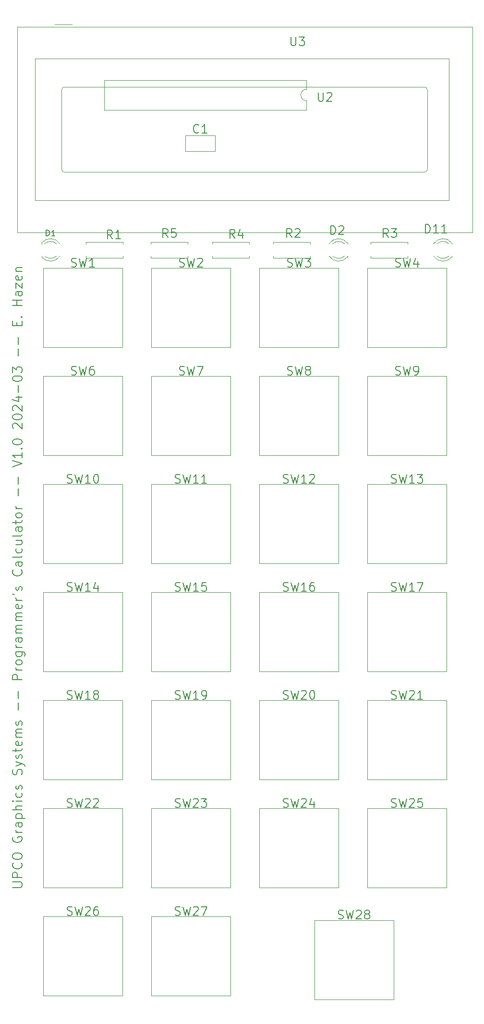
<source format=gbr>
%TF.GenerationSoftware,KiCad,Pcbnew,7.0.11-7.0.11~ubuntu22.04.1*%
%TF.CreationDate,2024-03-17T16:21:49-04:00*%
%TF.ProjectId,keyboard-pcb,6b657962-6f61-4726-942d-7063622e6b69,rev?*%
%TF.SameCoordinates,Original*%
%TF.FileFunction,Legend,Top*%
%TF.FilePolarity,Positive*%
%FSLAX46Y46*%
G04 Gerber Fmt 4.6, Leading zero omitted, Abs format (unit mm)*
G04 Created by KiCad (PCBNEW 7.0.11-7.0.11~ubuntu22.04.1) date 2024-03-17 16:21:49*
%MOMM*%
%LPD*%
G01*
G04 APERTURE LIST*
%ADD10C,0.203200*%
%ADD11C,0.150000*%
%ADD12C,0.120000*%
G04 APERTURE END LIST*
D10*
X30775383Y-170796220D02*
X32111906Y-170796220D01*
X32111906Y-170796220D02*
X32269144Y-170717601D01*
X32269144Y-170717601D02*
X32347764Y-170638982D01*
X32347764Y-170638982D02*
X32426383Y-170481744D01*
X32426383Y-170481744D02*
X32426383Y-170167268D01*
X32426383Y-170167268D02*
X32347764Y-170010030D01*
X32347764Y-170010030D02*
X32269144Y-169931411D01*
X32269144Y-169931411D02*
X32111906Y-169852792D01*
X32111906Y-169852792D02*
X30775383Y-169852792D01*
X32426383Y-169066601D02*
X30775383Y-169066601D01*
X30775383Y-169066601D02*
X30775383Y-168437649D01*
X30775383Y-168437649D02*
X30854002Y-168280411D01*
X30854002Y-168280411D02*
X30932621Y-168201792D01*
X30932621Y-168201792D02*
X31089859Y-168123173D01*
X31089859Y-168123173D02*
X31325716Y-168123173D01*
X31325716Y-168123173D02*
X31482954Y-168201792D01*
X31482954Y-168201792D02*
X31561573Y-168280411D01*
X31561573Y-168280411D02*
X31640192Y-168437649D01*
X31640192Y-168437649D02*
X31640192Y-169066601D01*
X32269144Y-166472173D02*
X32347764Y-166550792D01*
X32347764Y-166550792D02*
X32426383Y-166786649D01*
X32426383Y-166786649D02*
X32426383Y-166943887D01*
X32426383Y-166943887D02*
X32347764Y-167179744D01*
X32347764Y-167179744D02*
X32190525Y-167336982D01*
X32190525Y-167336982D02*
X32033287Y-167415601D01*
X32033287Y-167415601D02*
X31718811Y-167494220D01*
X31718811Y-167494220D02*
X31482954Y-167494220D01*
X31482954Y-167494220D02*
X31168478Y-167415601D01*
X31168478Y-167415601D02*
X31011240Y-167336982D01*
X31011240Y-167336982D02*
X30854002Y-167179744D01*
X30854002Y-167179744D02*
X30775383Y-166943887D01*
X30775383Y-166943887D02*
X30775383Y-166786649D01*
X30775383Y-166786649D02*
X30854002Y-166550792D01*
X30854002Y-166550792D02*
X30932621Y-166472173D01*
X30775383Y-165450125D02*
X30775383Y-165135649D01*
X30775383Y-165135649D02*
X30854002Y-164978411D01*
X30854002Y-164978411D02*
X31011240Y-164821173D01*
X31011240Y-164821173D02*
X31325716Y-164742554D01*
X31325716Y-164742554D02*
X31876049Y-164742554D01*
X31876049Y-164742554D02*
X32190525Y-164821173D01*
X32190525Y-164821173D02*
X32347764Y-164978411D01*
X32347764Y-164978411D02*
X32426383Y-165135649D01*
X32426383Y-165135649D02*
X32426383Y-165450125D01*
X32426383Y-165450125D02*
X32347764Y-165607363D01*
X32347764Y-165607363D02*
X32190525Y-165764601D01*
X32190525Y-165764601D02*
X31876049Y-165843220D01*
X31876049Y-165843220D02*
X31325716Y-165843220D01*
X31325716Y-165843220D02*
X31011240Y-165764601D01*
X31011240Y-165764601D02*
X30854002Y-165607363D01*
X30854002Y-165607363D02*
X30775383Y-165450125D01*
X30854002Y-161912268D02*
X30775383Y-162069506D01*
X30775383Y-162069506D02*
X30775383Y-162305363D01*
X30775383Y-162305363D02*
X30854002Y-162541220D01*
X30854002Y-162541220D02*
X31011240Y-162698458D01*
X31011240Y-162698458D02*
X31168478Y-162777077D01*
X31168478Y-162777077D02*
X31482954Y-162855696D01*
X31482954Y-162855696D02*
X31718811Y-162855696D01*
X31718811Y-162855696D02*
X32033287Y-162777077D01*
X32033287Y-162777077D02*
X32190525Y-162698458D01*
X32190525Y-162698458D02*
X32347764Y-162541220D01*
X32347764Y-162541220D02*
X32426383Y-162305363D01*
X32426383Y-162305363D02*
X32426383Y-162148125D01*
X32426383Y-162148125D02*
X32347764Y-161912268D01*
X32347764Y-161912268D02*
X32269144Y-161833649D01*
X32269144Y-161833649D02*
X31718811Y-161833649D01*
X31718811Y-161833649D02*
X31718811Y-162148125D01*
X32426383Y-161126077D02*
X31325716Y-161126077D01*
X31640192Y-161126077D02*
X31482954Y-161047458D01*
X31482954Y-161047458D02*
X31404335Y-160968839D01*
X31404335Y-160968839D02*
X31325716Y-160811601D01*
X31325716Y-160811601D02*
X31325716Y-160654363D01*
X32426383Y-159396458D02*
X31561573Y-159396458D01*
X31561573Y-159396458D02*
X31404335Y-159475077D01*
X31404335Y-159475077D02*
X31325716Y-159632315D01*
X31325716Y-159632315D02*
X31325716Y-159946791D01*
X31325716Y-159946791D02*
X31404335Y-160104029D01*
X32347764Y-159396458D02*
X32426383Y-159553696D01*
X32426383Y-159553696D02*
X32426383Y-159946791D01*
X32426383Y-159946791D02*
X32347764Y-160104029D01*
X32347764Y-160104029D02*
X32190525Y-160182648D01*
X32190525Y-160182648D02*
X32033287Y-160182648D01*
X32033287Y-160182648D02*
X31876049Y-160104029D01*
X31876049Y-160104029D02*
X31797430Y-159946791D01*
X31797430Y-159946791D02*
X31797430Y-159553696D01*
X31797430Y-159553696D02*
X31718811Y-159396458D01*
X31325716Y-158610267D02*
X32976716Y-158610267D01*
X31404335Y-158610267D02*
X31325716Y-158453029D01*
X31325716Y-158453029D02*
X31325716Y-158138553D01*
X31325716Y-158138553D02*
X31404335Y-157981315D01*
X31404335Y-157981315D02*
X31482954Y-157902696D01*
X31482954Y-157902696D02*
X31640192Y-157824077D01*
X31640192Y-157824077D02*
X32111906Y-157824077D01*
X32111906Y-157824077D02*
X32269144Y-157902696D01*
X32269144Y-157902696D02*
X32347764Y-157981315D01*
X32347764Y-157981315D02*
X32426383Y-158138553D01*
X32426383Y-158138553D02*
X32426383Y-158453029D01*
X32426383Y-158453029D02*
X32347764Y-158610267D01*
X32426383Y-157116505D02*
X30775383Y-157116505D01*
X32426383Y-156408934D02*
X31561573Y-156408934D01*
X31561573Y-156408934D02*
X31404335Y-156487553D01*
X31404335Y-156487553D02*
X31325716Y-156644791D01*
X31325716Y-156644791D02*
X31325716Y-156880648D01*
X31325716Y-156880648D02*
X31404335Y-157037886D01*
X31404335Y-157037886D02*
X31482954Y-157116505D01*
X32426383Y-155622743D02*
X31325716Y-155622743D01*
X30775383Y-155622743D02*
X30854002Y-155701362D01*
X30854002Y-155701362D02*
X30932621Y-155622743D01*
X30932621Y-155622743D02*
X30854002Y-155544124D01*
X30854002Y-155544124D02*
X30775383Y-155622743D01*
X30775383Y-155622743D02*
X30932621Y-155622743D01*
X32347764Y-154128982D02*
X32426383Y-154286220D01*
X32426383Y-154286220D02*
X32426383Y-154600696D01*
X32426383Y-154600696D02*
X32347764Y-154757934D01*
X32347764Y-154757934D02*
X32269144Y-154836553D01*
X32269144Y-154836553D02*
X32111906Y-154915172D01*
X32111906Y-154915172D02*
X31640192Y-154915172D01*
X31640192Y-154915172D02*
X31482954Y-154836553D01*
X31482954Y-154836553D02*
X31404335Y-154757934D01*
X31404335Y-154757934D02*
X31325716Y-154600696D01*
X31325716Y-154600696D02*
X31325716Y-154286220D01*
X31325716Y-154286220D02*
X31404335Y-154128982D01*
X32347764Y-153500029D02*
X32426383Y-153342791D01*
X32426383Y-153342791D02*
X32426383Y-153028315D01*
X32426383Y-153028315D02*
X32347764Y-152871077D01*
X32347764Y-152871077D02*
X32190525Y-152792458D01*
X32190525Y-152792458D02*
X32111906Y-152792458D01*
X32111906Y-152792458D02*
X31954668Y-152871077D01*
X31954668Y-152871077D02*
X31876049Y-153028315D01*
X31876049Y-153028315D02*
X31876049Y-153264172D01*
X31876049Y-153264172D02*
X31797430Y-153421410D01*
X31797430Y-153421410D02*
X31640192Y-153500029D01*
X31640192Y-153500029D02*
X31561573Y-153500029D01*
X31561573Y-153500029D02*
X31404335Y-153421410D01*
X31404335Y-153421410D02*
X31325716Y-153264172D01*
X31325716Y-153264172D02*
X31325716Y-153028315D01*
X31325716Y-153028315D02*
X31404335Y-152871077D01*
X32347764Y-150905600D02*
X32426383Y-150669743D01*
X32426383Y-150669743D02*
X32426383Y-150276648D01*
X32426383Y-150276648D02*
X32347764Y-150119410D01*
X32347764Y-150119410D02*
X32269144Y-150040791D01*
X32269144Y-150040791D02*
X32111906Y-149962172D01*
X32111906Y-149962172D02*
X31954668Y-149962172D01*
X31954668Y-149962172D02*
X31797430Y-150040791D01*
X31797430Y-150040791D02*
X31718811Y-150119410D01*
X31718811Y-150119410D02*
X31640192Y-150276648D01*
X31640192Y-150276648D02*
X31561573Y-150591124D01*
X31561573Y-150591124D02*
X31482954Y-150748362D01*
X31482954Y-150748362D02*
X31404335Y-150826981D01*
X31404335Y-150826981D02*
X31247097Y-150905600D01*
X31247097Y-150905600D02*
X31089859Y-150905600D01*
X31089859Y-150905600D02*
X30932621Y-150826981D01*
X30932621Y-150826981D02*
X30854002Y-150748362D01*
X30854002Y-150748362D02*
X30775383Y-150591124D01*
X30775383Y-150591124D02*
X30775383Y-150198029D01*
X30775383Y-150198029D02*
X30854002Y-149962172D01*
X31325716Y-149411838D02*
X32426383Y-149018743D01*
X31325716Y-148625648D02*
X32426383Y-149018743D01*
X32426383Y-149018743D02*
X32819478Y-149175981D01*
X32819478Y-149175981D02*
X32898097Y-149254600D01*
X32898097Y-149254600D02*
X32976716Y-149411838D01*
X32347764Y-148075314D02*
X32426383Y-147918076D01*
X32426383Y-147918076D02*
X32426383Y-147603600D01*
X32426383Y-147603600D02*
X32347764Y-147446362D01*
X32347764Y-147446362D02*
X32190525Y-147367743D01*
X32190525Y-147367743D02*
X32111906Y-147367743D01*
X32111906Y-147367743D02*
X31954668Y-147446362D01*
X31954668Y-147446362D02*
X31876049Y-147603600D01*
X31876049Y-147603600D02*
X31876049Y-147839457D01*
X31876049Y-147839457D02*
X31797430Y-147996695D01*
X31797430Y-147996695D02*
X31640192Y-148075314D01*
X31640192Y-148075314D02*
X31561573Y-148075314D01*
X31561573Y-148075314D02*
X31404335Y-147996695D01*
X31404335Y-147996695D02*
X31325716Y-147839457D01*
X31325716Y-147839457D02*
X31325716Y-147603600D01*
X31325716Y-147603600D02*
X31404335Y-147446362D01*
X31325716Y-146896028D02*
X31325716Y-146267076D01*
X30775383Y-146660171D02*
X32190525Y-146660171D01*
X32190525Y-146660171D02*
X32347764Y-146581552D01*
X32347764Y-146581552D02*
X32426383Y-146424314D01*
X32426383Y-146424314D02*
X32426383Y-146267076D01*
X32347764Y-145087790D02*
X32426383Y-145245028D01*
X32426383Y-145245028D02*
X32426383Y-145559504D01*
X32426383Y-145559504D02*
X32347764Y-145716742D01*
X32347764Y-145716742D02*
X32190525Y-145795361D01*
X32190525Y-145795361D02*
X31561573Y-145795361D01*
X31561573Y-145795361D02*
X31404335Y-145716742D01*
X31404335Y-145716742D02*
X31325716Y-145559504D01*
X31325716Y-145559504D02*
X31325716Y-145245028D01*
X31325716Y-145245028D02*
X31404335Y-145087790D01*
X31404335Y-145087790D02*
X31561573Y-145009171D01*
X31561573Y-145009171D02*
X31718811Y-145009171D01*
X31718811Y-145009171D02*
X31876049Y-145795361D01*
X32426383Y-144301599D02*
X31325716Y-144301599D01*
X31482954Y-144301599D02*
X31404335Y-144222980D01*
X31404335Y-144222980D02*
X31325716Y-144065742D01*
X31325716Y-144065742D02*
X31325716Y-143829885D01*
X31325716Y-143829885D02*
X31404335Y-143672647D01*
X31404335Y-143672647D02*
X31561573Y-143594028D01*
X31561573Y-143594028D02*
X32426383Y-143594028D01*
X31561573Y-143594028D02*
X31404335Y-143515409D01*
X31404335Y-143515409D02*
X31325716Y-143358171D01*
X31325716Y-143358171D02*
X31325716Y-143122314D01*
X31325716Y-143122314D02*
X31404335Y-142965075D01*
X31404335Y-142965075D02*
X31561573Y-142886456D01*
X31561573Y-142886456D02*
X32426383Y-142886456D01*
X32347764Y-142178885D02*
X32426383Y-142021647D01*
X32426383Y-142021647D02*
X32426383Y-141707171D01*
X32426383Y-141707171D02*
X32347764Y-141549933D01*
X32347764Y-141549933D02*
X32190525Y-141471314D01*
X32190525Y-141471314D02*
X32111906Y-141471314D01*
X32111906Y-141471314D02*
X31954668Y-141549933D01*
X31954668Y-141549933D02*
X31876049Y-141707171D01*
X31876049Y-141707171D02*
X31876049Y-141943028D01*
X31876049Y-141943028D02*
X31797430Y-142100266D01*
X31797430Y-142100266D02*
X31640192Y-142178885D01*
X31640192Y-142178885D02*
X31561573Y-142178885D01*
X31561573Y-142178885D02*
X31404335Y-142100266D01*
X31404335Y-142100266D02*
X31325716Y-141943028D01*
X31325716Y-141943028D02*
X31325716Y-141707171D01*
X31325716Y-141707171D02*
X31404335Y-141549933D01*
X31797430Y-139505837D02*
X31797430Y-138247933D01*
X31797430Y-137461742D02*
X31797430Y-136203838D01*
X32426383Y-134159742D02*
X30775383Y-134159742D01*
X30775383Y-134159742D02*
X30775383Y-133530790D01*
X30775383Y-133530790D02*
X30854002Y-133373552D01*
X30854002Y-133373552D02*
X30932621Y-133294933D01*
X30932621Y-133294933D02*
X31089859Y-133216314D01*
X31089859Y-133216314D02*
X31325716Y-133216314D01*
X31325716Y-133216314D02*
X31482954Y-133294933D01*
X31482954Y-133294933D02*
X31561573Y-133373552D01*
X31561573Y-133373552D02*
X31640192Y-133530790D01*
X31640192Y-133530790D02*
X31640192Y-134159742D01*
X32426383Y-132508742D02*
X31325716Y-132508742D01*
X31640192Y-132508742D02*
X31482954Y-132430123D01*
X31482954Y-132430123D02*
X31404335Y-132351504D01*
X31404335Y-132351504D02*
X31325716Y-132194266D01*
X31325716Y-132194266D02*
X31325716Y-132037028D01*
X32426383Y-131250837D02*
X32347764Y-131408075D01*
X32347764Y-131408075D02*
X32269144Y-131486694D01*
X32269144Y-131486694D02*
X32111906Y-131565313D01*
X32111906Y-131565313D02*
X31640192Y-131565313D01*
X31640192Y-131565313D02*
X31482954Y-131486694D01*
X31482954Y-131486694D02*
X31404335Y-131408075D01*
X31404335Y-131408075D02*
X31325716Y-131250837D01*
X31325716Y-131250837D02*
X31325716Y-131014980D01*
X31325716Y-131014980D02*
X31404335Y-130857742D01*
X31404335Y-130857742D02*
X31482954Y-130779123D01*
X31482954Y-130779123D02*
X31640192Y-130700504D01*
X31640192Y-130700504D02*
X32111906Y-130700504D01*
X32111906Y-130700504D02*
X32269144Y-130779123D01*
X32269144Y-130779123D02*
X32347764Y-130857742D01*
X32347764Y-130857742D02*
X32426383Y-131014980D01*
X32426383Y-131014980D02*
X32426383Y-131250837D01*
X31325716Y-129285361D02*
X32662240Y-129285361D01*
X32662240Y-129285361D02*
X32819478Y-129363980D01*
X32819478Y-129363980D02*
X32898097Y-129442599D01*
X32898097Y-129442599D02*
X32976716Y-129599837D01*
X32976716Y-129599837D02*
X32976716Y-129835694D01*
X32976716Y-129835694D02*
X32898097Y-129992932D01*
X32347764Y-129285361D02*
X32426383Y-129442599D01*
X32426383Y-129442599D02*
X32426383Y-129757075D01*
X32426383Y-129757075D02*
X32347764Y-129914313D01*
X32347764Y-129914313D02*
X32269144Y-129992932D01*
X32269144Y-129992932D02*
X32111906Y-130071551D01*
X32111906Y-130071551D02*
X31640192Y-130071551D01*
X31640192Y-130071551D02*
X31482954Y-129992932D01*
X31482954Y-129992932D02*
X31404335Y-129914313D01*
X31404335Y-129914313D02*
X31325716Y-129757075D01*
X31325716Y-129757075D02*
X31325716Y-129442599D01*
X31325716Y-129442599D02*
X31404335Y-129285361D01*
X32426383Y-128499170D02*
X31325716Y-128499170D01*
X31640192Y-128499170D02*
X31482954Y-128420551D01*
X31482954Y-128420551D02*
X31404335Y-128341932D01*
X31404335Y-128341932D02*
X31325716Y-128184694D01*
X31325716Y-128184694D02*
X31325716Y-128027456D01*
X32426383Y-126769551D02*
X31561573Y-126769551D01*
X31561573Y-126769551D02*
X31404335Y-126848170D01*
X31404335Y-126848170D02*
X31325716Y-127005408D01*
X31325716Y-127005408D02*
X31325716Y-127319884D01*
X31325716Y-127319884D02*
X31404335Y-127477122D01*
X32347764Y-126769551D02*
X32426383Y-126926789D01*
X32426383Y-126926789D02*
X32426383Y-127319884D01*
X32426383Y-127319884D02*
X32347764Y-127477122D01*
X32347764Y-127477122D02*
X32190525Y-127555741D01*
X32190525Y-127555741D02*
X32033287Y-127555741D01*
X32033287Y-127555741D02*
X31876049Y-127477122D01*
X31876049Y-127477122D02*
X31797430Y-127319884D01*
X31797430Y-127319884D02*
X31797430Y-126926789D01*
X31797430Y-126926789D02*
X31718811Y-126769551D01*
X32426383Y-125983360D02*
X31325716Y-125983360D01*
X31482954Y-125983360D02*
X31404335Y-125904741D01*
X31404335Y-125904741D02*
X31325716Y-125747503D01*
X31325716Y-125747503D02*
X31325716Y-125511646D01*
X31325716Y-125511646D02*
X31404335Y-125354408D01*
X31404335Y-125354408D02*
X31561573Y-125275789D01*
X31561573Y-125275789D02*
X32426383Y-125275789D01*
X31561573Y-125275789D02*
X31404335Y-125197170D01*
X31404335Y-125197170D02*
X31325716Y-125039932D01*
X31325716Y-125039932D02*
X31325716Y-124804075D01*
X31325716Y-124804075D02*
X31404335Y-124646836D01*
X31404335Y-124646836D02*
X31561573Y-124568217D01*
X31561573Y-124568217D02*
X32426383Y-124568217D01*
X32426383Y-123782027D02*
X31325716Y-123782027D01*
X31482954Y-123782027D02*
X31404335Y-123703408D01*
X31404335Y-123703408D02*
X31325716Y-123546170D01*
X31325716Y-123546170D02*
X31325716Y-123310313D01*
X31325716Y-123310313D02*
X31404335Y-123153075D01*
X31404335Y-123153075D02*
X31561573Y-123074456D01*
X31561573Y-123074456D02*
X32426383Y-123074456D01*
X31561573Y-123074456D02*
X31404335Y-122995837D01*
X31404335Y-122995837D02*
X31325716Y-122838599D01*
X31325716Y-122838599D02*
X31325716Y-122602742D01*
X31325716Y-122602742D02*
X31404335Y-122445503D01*
X31404335Y-122445503D02*
X31561573Y-122366884D01*
X31561573Y-122366884D02*
X32426383Y-122366884D01*
X32347764Y-120951742D02*
X32426383Y-121108980D01*
X32426383Y-121108980D02*
X32426383Y-121423456D01*
X32426383Y-121423456D02*
X32347764Y-121580694D01*
X32347764Y-121580694D02*
X32190525Y-121659313D01*
X32190525Y-121659313D02*
X31561573Y-121659313D01*
X31561573Y-121659313D02*
X31404335Y-121580694D01*
X31404335Y-121580694D02*
X31325716Y-121423456D01*
X31325716Y-121423456D02*
X31325716Y-121108980D01*
X31325716Y-121108980D02*
X31404335Y-120951742D01*
X31404335Y-120951742D02*
X31561573Y-120873123D01*
X31561573Y-120873123D02*
X31718811Y-120873123D01*
X31718811Y-120873123D02*
X31876049Y-121659313D01*
X32426383Y-120165551D02*
X31325716Y-120165551D01*
X31640192Y-120165551D02*
X31482954Y-120086932D01*
X31482954Y-120086932D02*
X31404335Y-120008313D01*
X31404335Y-120008313D02*
X31325716Y-119851075D01*
X31325716Y-119851075D02*
X31325716Y-119693837D01*
X30775383Y-119064884D02*
X31089859Y-119222122D01*
X32347764Y-118435932D02*
X32426383Y-118278694D01*
X32426383Y-118278694D02*
X32426383Y-117964218D01*
X32426383Y-117964218D02*
X32347764Y-117806980D01*
X32347764Y-117806980D02*
X32190525Y-117728361D01*
X32190525Y-117728361D02*
X32111906Y-117728361D01*
X32111906Y-117728361D02*
X31954668Y-117806980D01*
X31954668Y-117806980D02*
X31876049Y-117964218D01*
X31876049Y-117964218D02*
X31876049Y-118200075D01*
X31876049Y-118200075D02*
X31797430Y-118357313D01*
X31797430Y-118357313D02*
X31640192Y-118435932D01*
X31640192Y-118435932D02*
X31561573Y-118435932D01*
X31561573Y-118435932D02*
X31404335Y-118357313D01*
X31404335Y-118357313D02*
X31325716Y-118200075D01*
X31325716Y-118200075D02*
X31325716Y-117964218D01*
X31325716Y-117964218D02*
X31404335Y-117806980D01*
X32269144Y-114819456D02*
X32347764Y-114898075D01*
X32347764Y-114898075D02*
X32426383Y-115133932D01*
X32426383Y-115133932D02*
X32426383Y-115291170D01*
X32426383Y-115291170D02*
X32347764Y-115527027D01*
X32347764Y-115527027D02*
X32190525Y-115684265D01*
X32190525Y-115684265D02*
X32033287Y-115762884D01*
X32033287Y-115762884D02*
X31718811Y-115841503D01*
X31718811Y-115841503D02*
X31482954Y-115841503D01*
X31482954Y-115841503D02*
X31168478Y-115762884D01*
X31168478Y-115762884D02*
X31011240Y-115684265D01*
X31011240Y-115684265D02*
X30854002Y-115527027D01*
X30854002Y-115527027D02*
X30775383Y-115291170D01*
X30775383Y-115291170D02*
X30775383Y-115133932D01*
X30775383Y-115133932D02*
X30854002Y-114898075D01*
X30854002Y-114898075D02*
X30932621Y-114819456D01*
X32426383Y-113404313D02*
X31561573Y-113404313D01*
X31561573Y-113404313D02*
X31404335Y-113482932D01*
X31404335Y-113482932D02*
X31325716Y-113640170D01*
X31325716Y-113640170D02*
X31325716Y-113954646D01*
X31325716Y-113954646D02*
X31404335Y-114111884D01*
X32347764Y-113404313D02*
X32426383Y-113561551D01*
X32426383Y-113561551D02*
X32426383Y-113954646D01*
X32426383Y-113954646D02*
X32347764Y-114111884D01*
X32347764Y-114111884D02*
X32190525Y-114190503D01*
X32190525Y-114190503D02*
X32033287Y-114190503D01*
X32033287Y-114190503D02*
X31876049Y-114111884D01*
X31876049Y-114111884D02*
X31797430Y-113954646D01*
X31797430Y-113954646D02*
X31797430Y-113561551D01*
X31797430Y-113561551D02*
X31718811Y-113404313D01*
X32426383Y-112382265D02*
X32347764Y-112539503D01*
X32347764Y-112539503D02*
X32190525Y-112618122D01*
X32190525Y-112618122D02*
X30775383Y-112618122D01*
X32347764Y-111045741D02*
X32426383Y-111202979D01*
X32426383Y-111202979D02*
X32426383Y-111517455D01*
X32426383Y-111517455D02*
X32347764Y-111674693D01*
X32347764Y-111674693D02*
X32269144Y-111753312D01*
X32269144Y-111753312D02*
X32111906Y-111831931D01*
X32111906Y-111831931D02*
X31640192Y-111831931D01*
X31640192Y-111831931D02*
X31482954Y-111753312D01*
X31482954Y-111753312D02*
X31404335Y-111674693D01*
X31404335Y-111674693D02*
X31325716Y-111517455D01*
X31325716Y-111517455D02*
X31325716Y-111202979D01*
X31325716Y-111202979D02*
X31404335Y-111045741D01*
X31325716Y-109630598D02*
X32426383Y-109630598D01*
X31325716Y-110338169D02*
X32190525Y-110338169D01*
X32190525Y-110338169D02*
X32347764Y-110259550D01*
X32347764Y-110259550D02*
X32426383Y-110102312D01*
X32426383Y-110102312D02*
X32426383Y-109866455D01*
X32426383Y-109866455D02*
X32347764Y-109709217D01*
X32347764Y-109709217D02*
X32269144Y-109630598D01*
X32426383Y-108608550D02*
X32347764Y-108765788D01*
X32347764Y-108765788D02*
X32190525Y-108844407D01*
X32190525Y-108844407D02*
X30775383Y-108844407D01*
X32426383Y-107272026D02*
X31561573Y-107272026D01*
X31561573Y-107272026D02*
X31404335Y-107350645D01*
X31404335Y-107350645D02*
X31325716Y-107507883D01*
X31325716Y-107507883D02*
X31325716Y-107822359D01*
X31325716Y-107822359D02*
X31404335Y-107979597D01*
X32347764Y-107272026D02*
X32426383Y-107429264D01*
X32426383Y-107429264D02*
X32426383Y-107822359D01*
X32426383Y-107822359D02*
X32347764Y-107979597D01*
X32347764Y-107979597D02*
X32190525Y-108058216D01*
X32190525Y-108058216D02*
X32033287Y-108058216D01*
X32033287Y-108058216D02*
X31876049Y-107979597D01*
X31876049Y-107979597D02*
X31797430Y-107822359D01*
X31797430Y-107822359D02*
X31797430Y-107429264D01*
X31797430Y-107429264D02*
X31718811Y-107272026D01*
X31325716Y-106721692D02*
X31325716Y-106092740D01*
X30775383Y-106485835D02*
X32190525Y-106485835D01*
X32190525Y-106485835D02*
X32347764Y-106407216D01*
X32347764Y-106407216D02*
X32426383Y-106249978D01*
X32426383Y-106249978D02*
X32426383Y-106092740D01*
X32426383Y-105306549D02*
X32347764Y-105463787D01*
X32347764Y-105463787D02*
X32269144Y-105542406D01*
X32269144Y-105542406D02*
X32111906Y-105621025D01*
X32111906Y-105621025D02*
X31640192Y-105621025D01*
X31640192Y-105621025D02*
X31482954Y-105542406D01*
X31482954Y-105542406D02*
X31404335Y-105463787D01*
X31404335Y-105463787D02*
X31325716Y-105306549D01*
X31325716Y-105306549D02*
X31325716Y-105070692D01*
X31325716Y-105070692D02*
X31404335Y-104913454D01*
X31404335Y-104913454D02*
X31482954Y-104834835D01*
X31482954Y-104834835D02*
X31640192Y-104756216D01*
X31640192Y-104756216D02*
X32111906Y-104756216D01*
X32111906Y-104756216D02*
X32269144Y-104834835D01*
X32269144Y-104834835D02*
X32347764Y-104913454D01*
X32347764Y-104913454D02*
X32426383Y-105070692D01*
X32426383Y-105070692D02*
X32426383Y-105306549D01*
X32426383Y-104048644D02*
X31325716Y-104048644D01*
X31640192Y-104048644D02*
X31482954Y-103970025D01*
X31482954Y-103970025D02*
X31404335Y-103891406D01*
X31404335Y-103891406D02*
X31325716Y-103734168D01*
X31325716Y-103734168D02*
X31325716Y-103576930D01*
X31797430Y-101768691D02*
X31797430Y-100510787D01*
X31797430Y-99724596D02*
X31797430Y-98466692D01*
X30775383Y-96658453D02*
X32426383Y-96108120D01*
X32426383Y-96108120D02*
X30775383Y-95557787D01*
X32426383Y-94142644D02*
X32426383Y-95086072D01*
X32426383Y-94614358D02*
X30775383Y-94614358D01*
X30775383Y-94614358D02*
X31011240Y-94771596D01*
X31011240Y-94771596D02*
X31168478Y-94928834D01*
X31168478Y-94928834D02*
X31247097Y-95086072D01*
X32269144Y-93435072D02*
X32347764Y-93356453D01*
X32347764Y-93356453D02*
X32426383Y-93435072D01*
X32426383Y-93435072D02*
X32347764Y-93513691D01*
X32347764Y-93513691D02*
X32269144Y-93435072D01*
X32269144Y-93435072D02*
X32426383Y-93435072D01*
X30775383Y-92334406D02*
X30775383Y-92177168D01*
X30775383Y-92177168D02*
X30854002Y-92019930D01*
X30854002Y-92019930D02*
X30932621Y-91941311D01*
X30932621Y-91941311D02*
X31089859Y-91862692D01*
X31089859Y-91862692D02*
X31404335Y-91784073D01*
X31404335Y-91784073D02*
X31797430Y-91784073D01*
X31797430Y-91784073D02*
X32111906Y-91862692D01*
X32111906Y-91862692D02*
X32269144Y-91941311D01*
X32269144Y-91941311D02*
X32347764Y-92019930D01*
X32347764Y-92019930D02*
X32426383Y-92177168D01*
X32426383Y-92177168D02*
X32426383Y-92334406D01*
X32426383Y-92334406D02*
X32347764Y-92491644D01*
X32347764Y-92491644D02*
X32269144Y-92570263D01*
X32269144Y-92570263D02*
X32111906Y-92648882D01*
X32111906Y-92648882D02*
X31797430Y-92727501D01*
X31797430Y-92727501D02*
X31404335Y-92727501D01*
X31404335Y-92727501D02*
X31089859Y-92648882D01*
X31089859Y-92648882D02*
X30932621Y-92570263D01*
X30932621Y-92570263D02*
X30854002Y-92491644D01*
X30854002Y-92491644D02*
X30775383Y-92334406D01*
X30932621Y-89897215D02*
X30854002Y-89818596D01*
X30854002Y-89818596D02*
X30775383Y-89661358D01*
X30775383Y-89661358D02*
X30775383Y-89268263D01*
X30775383Y-89268263D02*
X30854002Y-89111025D01*
X30854002Y-89111025D02*
X30932621Y-89032406D01*
X30932621Y-89032406D02*
X31089859Y-88953787D01*
X31089859Y-88953787D02*
X31247097Y-88953787D01*
X31247097Y-88953787D02*
X31482954Y-89032406D01*
X31482954Y-89032406D02*
X32426383Y-89975834D01*
X32426383Y-89975834D02*
X32426383Y-88953787D01*
X30775383Y-87931739D02*
X30775383Y-87774501D01*
X30775383Y-87774501D02*
X30854002Y-87617263D01*
X30854002Y-87617263D02*
X30932621Y-87538644D01*
X30932621Y-87538644D02*
X31089859Y-87460025D01*
X31089859Y-87460025D02*
X31404335Y-87381406D01*
X31404335Y-87381406D02*
X31797430Y-87381406D01*
X31797430Y-87381406D02*
X32111906Y-87460025D01*
X32111906Y-87460025D02*
X32269144Y-87538644D01*
X32269144Y-87538644D02*
X32347764Y-87617263D01*
X32347764Y-87617263D02*
X32426383Y-87774501D01*
X32426383Y-87774501D02*
X32426383Y-87931739D01*
X32426383Y-87931739D02*
X32347764Y-88088977D01*
X32347764Y-88088977D02*
X32269144Y-88167596D01*
X32269144Y-88167596D02*
X32111906Y-88246215D01*
X32111906Y-88246215D02*
X31797430Y-88324834D01*
X31797430Y-88324834D02*
X31404335Y-88324834D01*
X31404335Y-88324834D02*
X31089859Y-88246215D01*
X31089859Y-88246215D02*
X30932621Y-88167596D01*
X30932621Y-88167596D02*
X30854002Y-88088977D01*
X30854002Y-88088977D02*
X30775383Y-87931739D01*
X30932621Y-86752453D02*
X30854002Y-86673834D01*
X30854002Y-86673834D02*
X30775383Y-86516596D01*
X30775383Y-86516596D02*
X30775383Y-86123501D01*
X30775383Y-86123501D02*
X30854002Y-85966263D01*
X30854002Y-85966263D02*
X30932621Y-85887644D01*
X30932621Y-85887644D02*
X31089859Y-85809025D01*
X31089859Y-85809025D02*
X31247097Y-85809025D01*
X31247097Y-85809025D02*
X31482954Y-85887644D01*
X31482954Y-85887644D02*
X32426383Y-86831072D01*
X32426383Y-86831072D02*
X32426383Y-85809025D01*
X31325716Y-84393882D02*
X32426383Y-84393882D01*
X30696764Y-84786977D02*
X31876049Y-85180072D01*
X31876049Y-85180072D02*
X31876049Y-84158025D01*
X31797430Y-83529072D02*
X31797430Y-82271168D01*
X30775383Y-81170501D02*
X30775383Y-81013263D01*
X30775383Y-81013263D02*
X30854002Y-80856025D01*
X30854002Y-80856025D02*
X30932621Y-80777406D01*
X30932621Y-80777406D02*
X31089859Y-80698787D01*
X31089859Y-80698787D02*
X31404335Y-80620168D01*
X31404335Y-80620168D02*
X31797430Y-80620168D01*
X31797430Y-80620168D02*
X32111906Y-80698787D01*
X32111906Y-80698787D02*
X32269144Y-80777406D01*
X32269144Y-80777406D02*
X32347764Y-80856025D01*
X32347764Y-80856025D02*
X32426383Y-81013263D01*
X32426383Y-81013263D02*
X32426383Y-81170501D01*
X32426383Y-81170501D02*
X32347764Y-81327739D01*
X32347764Y-81327739D02*
X32269144Y-81406358D01*
X32269144Y-81406358D02*
X32111906Y-81484977D01*
X32111906Y-81484977D02*
X31797430Y-81563596D01*
X31797430Y-81563596D02*
X31404335Y-81563596D01*
X31404335Y-81563596D02*
X31089859Y-81484977D01*
X31089859Y-81484977D02*
X30932621Y-81406358D01*
X30932621Y-81406358D02*
X30854002Y-81327739D01*
X30854002Y-81327739D02*
X30775383Y-81170501D01*
X30775383Y-80069834D02*
X30775383Y-79047787D01*
X30775383Y-79047787D02*
X31404335Y-79598120D01*
X31404335Y-79598120D02*
X31404335Y-79362263D01*
X31404335Y-79362263D02*
X31482954Y-79205025D01*
X31482954Y-79205025D02*
X31561573Y-79126406D01*
X31561573Y-79126406D02*
X31718811Y-79047787D01*
X31718811Y-79047787D02*
X32111906Y-79047787D01*
X32111906Y-79047787D02*
X32269144Y-79126406D01*
X32269144Y-79126406D02*
X32347764Y-79205025D01*
X32347764Y-79205025D02*
X32426383Y-79362263D01*
X32426383Y-79362263D02*
X32426383Y-79833977D01*
X32426383Y-79833977D02*
X32347764Y-79991215D01*
X32347764Y-79991215D02*
X32269144Y-80069834D01*
X31797430Y-77082310D02*
X31797430Y-75824406D01*
X31797430Y-75038215D02*
X31797430Y-73780311D01*
X31561573Y-71736215D02*
X31561573Y-71185882D01*
X32426383Y-70950025D02*
X32426383Y-71736215D01*
X32426383Y-71736215D02*
X30775383Y-71736215D01*
X30775383Y-71736215D02*
X30775383Y-70950025D01*
X32269144Y-70242453D02*
X32347764Y-70163834D01*
X32347764Y-70163834D02*
X32426383Y-70242453D01*
X32426383Y-70242453D02*
X32347764Y-70321072D01*
X32347764Y-70321072D02*
X32269144Y-70242453D01*
X32269144Y-70242453D02*
X32426383Y-70242453D01*
X32426383Y-68198358D02*
X30775383Y-68198358D01*
X31561573Y-68198358D02*
X31561573Y-67254930D01*
X32426383Y-67254930D02*
X30775383Y-67254930D01*
X32426383Y-65761168D02*
X31561573Y-65761168D01*
X31561573Y-65761168D02*
X31404335Y-65839787D01*
X31404335Y-65839787D02*
X31325716Y-65997025D01*
X31325716Y-65997025D02*
X31325716Y-66311501D01*
X31325716Y-66311501D02*
X31404335Y-66468739D01*
X32347764Y-65761168D02*
X32426383Y-65918406D01*
X32426383Y-65918406D02*
X32426383Y-66311501D01*
X32426383Y-66311501D02*
X32347764Y-66468739D01*
X32347764Y-66468739D02*
X32190525Y-66547358D01*
X32190525Y-66547358D02*
X32033287Y-66547358D01*
X32033287Y-66547358D02*
X31876049Y-66468739D01*
X31876049Y-66468739D02*
X31797430Y-66311501D01*
X31797430Y-66311501D02*
X31797430Y-65918406D01*
X31797430Y-65918406D02*
X31718811Y-65761168D01*
X31325716Y-65132215D02*
X31325716Y-64267406D01*
X31325716Y-64267406D02*
X32426383Y-65132215D01*
X32426383Y-65132215D02*
X32426383Y-64267406D01*
X32347764Y-63009501D02*
X32426383Y-63166739D01*
X32426383Y-63166739D02*
X32426383Y-63481215D01*
X32426383Y-63481215D02*
X32347764Y-63638453D01*
X32347764Y-63638453D02*
X32190525Y-63717072D01*
X32190525Y-63717072D02*
X31561573Y-63717072D01*
X31561573Y-63717072D02*
X31404335Y-63638453D01*
X31404335Y-63638453D02*
X31325716Y-63481215D01*
X31325716Y-63481215D02*
X31325716Y-63166739D01*
X31325716Y-63166739D02*
X31404335Y-63009501D01*
X31404335Y-63009501D02*
X31561573Y-62930882D01*
X31561573Y-62930882D02*
X31718811Y-62930882D01*
X31718811Y-62930882D02*
X31876049Y-63717072D01*
X31325716Y-62223310D02*
X32426383Y-62223310D01*
X31482954Y-62223310D02*
X31404335Y-62144691D01*
X31404335Y-62144691D02*
X31325716Y-61987453D01*
X31325716Y-61987453D02*
X31325716Y-61751596D01*
X31325716Y-61751596D02*
X31404335Y-61594358D01*
X31404335Y-61594358D02*
X31561573Y-61515739D01*
X31561573Y-61515739D02*
X32426383Y-61515739D01*
D11*
X40422285Y-99430660D02*
X40640000Y-99503231D01*
X40640000Y-99503231D02*
X41002857Y-99503231D01*
X41002857Y-99503231D02*
X41148000Y-99430660D01*
X41148000Y-99430660D02*
X41220571Y-99358088D01*
X41220571Y-99358088D02*
X41293142Y-99212945D01*
X41293142Y-99212945D02*
X41293142Y-99067802D01*
X41293142Y-99067802D02*
X41220571Y-98922660D01*
X41220571Y-98922660D02*
X41148000Y-98850088D01*
X41148000Y-98850088D02*
X41002857Y-98777517D01*
X41002857Y-98777517D02*
X40712571Y-98704945D01*
X40712571Y-98704945D02*
X40567428Y-98632374D01*
X40567428Y-98632374D02*
X40494857Y-98559802D01*
X40494857Y-98559802D02*
X40422285Y-98414660D01*
X40422285Y-98414660D02*
X40422285Y-98269517D01*
X40422285Y-98269517D02*
X40494857Y-98124374D01*
X40494857Y-98124374D02*
X40567428Y-98051802D01*
X40567428Y-98051802D02*
X40712571Y-97979231D01*
X40712571Y-97979231D02*
X41075428Y-97979231D01*
X41075428Y-97979231D02*
X41293142Y-98051802D01*
X41801143Y-97979231D02*
X42164000Y-99503231D01*
X42164000Y-99503231D02*
X42454286Y-98414660D01*
X42454286Y-98414660D02*
X42744571Y-99503231D01*
X42744571Y-99503231D02*
X43107429Y-97979231D01*
X44486285Y-99503231D02*
X43615428Y-99503231D01*
X44050857Y-99503231D02*
X44050857Y-97979231D01*
X44050857Y-97979231D02*
X43905714Y-98196945D01*
X43905714Y-98196945D02*
X43760571Y-98342088D01*
X43760571Y-98342088D02*
X43615428Y-98414660D01*
X45429714Y-97979231D02*
X45574857Y-97979231D01*
X45574857Y-97979231D02*
X45720000Y-98051802D01*
X45720000Y-98051802D02*
X45792572Y-98124374D01*
X45792572Y-98124374D02*
X45865143Y-98269517D01*
X45865143Y-98269517D02*
X45937714Y-98559802D01*
X45937714Y-98559802D02*
X45937714Y-98922660D01*
X45937714Y-98922660D02*
X45865143Y-99212945D01*
X45865143Y-99212945D02*
X45792572Y-99358088D01*
X45792572Y-99358088D02*
X45720000Y-99430660D01*
X45720000Y-99430660D02*
X45574857Y-99503231D01*
X45574857Y-99503231D02*
X45429714Y-99503231D01*
X45429714Y-99503231D02*
X45284572Y-99430660D01*
X45284572Y-99430660D02*
X45212000Y-99358088D01*
X45212000Y-99358088D02*
X45139429Y-99212945D01*
X45139429Y-99212945D02*
X45066857Y-98922660D01*
X45066857Y-98922660D02*
X45066857Y-98559802D01*
X45066857Y-98559802D02*
X45139429Y-98269517D01*
X45139429Y-98269517D02*
X45212000Y-98124374D01*
X45212000Y-98124374D02*
X45284572Y-98051802D01*
X45284572Y-98051802D02*
X45429714Y-97979231D01*
X69977000Y-56323231D02*
X69469000Y-55597517D01*
X69106143Y-56323231D02*
X69106143Y-54799231D01*
X69106143Y-54799231D02*
X69686714Y-54799231D01*
X69686714Y-54799231D02*
X69831857Y-54871802D01*
X69831857Y-54871802D02*
X69904428Y-54944374D01*
X69904428Y-54944374D02*
X69977000Y-55089517D01*
X69977000Y-55089517D02*
X69977000Y-55307231D01*
X69977000Y-55307231D02*
X69904428Y-55452374D01*
X69904428Y-55452374D02*
X69831857Y-55524945D01*
X69831857Y-55524945D02*
X69686714Y-55597517D01*
X69686714Y-55597517D02*
X69106143Y-55597517D01*
X71283286Y-55307231D02*
X71283286Y-56323231D01*
X70920428Y-54726660D02*
X70557571Y-55815231D01*
X70557571Y-55815231D02*
X71501000Y-55815231D01*
X60197999Y-61330660D02*
X60415714Y-61403231D01*
X60415714Y-61403231D02*
X60778571Y-61403231D01*
X60778571Y-61403231D02*
X60923714Y-61330660D01*
X60923714Y-61330660D02*
X60996285Y-61258088D01*
X60996285Y-61258088D02*
X61068856Y-61112945D01*
X61068856Y-61112945D02*
X61068856Y-60967802D01*
X61068856Y-60967802D02*
X60996285Y-60822660D01*
X60996285Y-60822660D02*
X60923714Y-60750088D01*
X60923714Y-60750088D02*
X60778571Y-60677517D01*
X60778571Y-60677517D02*
X60488285Y-60604945D01*
X60488285Y-60604945D02*
X60343142Y-60532374D01*
X60343142Y-60532374D02*
X60270571Y-60459802D01*
X60270571Y-60459802D02*
X60197999Y-60314660D01*
X60197999Y-60314660D02*
X60197999Y-60169517D01*
X60197999Y-60169517D02*
X60270571Y-60024374D01*
X60270571Y-60024374D02*
X60343142Y-59951802D01*
X60343142Y-59951802D02*
X60488285Y-59879231D01*
X60488285Y-59879231D02*
X60851142Y-59879231D01*
X60851142Y-59879231D02*
X61068856Y-59951802D01*
X61576857Y-59879231D02*
X61939714Y-61403231D01*
X61939714Y-61403231D02*
X62230000Y-60314660D01*
X62230000Y-60314660D02*
X62520285Y-61403231D01*
X62520285Y-61403231D02*
X62883143Y-59879231D01*
X63391142Y-60024374D02*
X63463714Y-59951802D01*
X63463714Y-59951802D02*
X63608857Y-59879231D01*
X63608857Y-59879231D02*
X63971714Y-59879231D01*
X63971714Y-59879231D02*
X64116857Y-59951802D01*
X64116857Y-59951802D02*
X64189428Y-60024374D01*
X64189428Y-60024374D02*
X64261999Y-60169517D01*
X64261999Y-60169517D02*
X64261999Y-60314660D01*
X64261999Y-60314660D02*
X64189428Y-60532374D01*
X64189428Y-60532374D02*
X63318571Y-61403231D01*
X63318571Y-61403231D02*
X64261999Y-61403231D01*
X98297999Y-61330660D02*
X98515714Y-61403231D01*
X98515714Y-61403231D02*
X98878571Y-61403231D01*
X98878571Y-61403231D02*
X99023714Y-61330660D01*
X99023714Y-61330660D02*
X99096285Y-61258088D01*
X99096285Y-61258088D02*
X99168856Y-61112945D01*
X99168856Y-61112945D02*
X99168856Y-60967802D01*
X99168856Y-60967802D02*
X99096285Y-60822660D01*
X99096285Y-60822660D02*
X99023714Y-60750088D01*
X99023714Y-60750088D02*
X98878571Y-60677517D01*
X98878571Y-60677517D02*
X98588285Y-60604945D01*
X98588285Y-60604945D02*
X98443142Y-60532374D01*
X98443142Y-60532374D02*
X98370571Y-60459802D01*
X98370571Y-60459802D02*
X98297999Y-60314660D01*
X98297999Y-60314660D02*
X98297999Y-60169517D01*
X98297999Y-60169517D02*
X98370571Y-60024374D01*
X98370571Y-60024374D02*
X98443142Y-59951802D01*
X98443142Y-59951802D02*
X98588285Y-59879231D01*
X98588285Y-59879231D02*
X98951142Y-59879231D01*
X98951142Y-59879231D02*
X99168856Y-59951802D01*
X99676857Y-59879231D02*
X100039714Y-61403231D01*
X100039714Y-61403231D02*
X100330000Y-60314660D01*
X100330000Y-60314660D02*
X100620285Y-61403231D01*
X100620285Y-61403231D02*
X100983143Y-59879231D01*
X102216857Y-60387231D02*
X102216857Y-61403231D01*
X101853999Y-59806660D02*
X101491142Y-60895231D01*
X101491142Y-60895231D02*
X102434571Y-60895231D01*
X40422285Y-156580660D02*
X40640000Y-156653231D01*
X40640000Y-156653231D02*
X41002857Y-156653231D01*
X41002857Y-156653231D02*
X41148000Y-156580660D01*
X41148000Y-156580660D02*
X41220571Y-156508088D01*
X41220571Y-156508088D02*
X41293142Y-156362945D01*
X41293142Y-156362945D02*
X41293142Y-156217802D01*
X41293142Y-156217802D02*
X41220571Y-156072660D01*
X41220571Y-156072660D02*
X41148000Y-156000088D01*
X41148000Y-156000088D02*
X41002857Y-155927517D01*
X41002857Y-155927517D02*
X40712571Y-155854945D01*
X40712571Y-155854945D02*
X40567428Y-155782374D01*
X40567428Y-155782374D02*
X40494857Y-155709802D01*
X40494857Y-155709802D02*
X40422285Y-155564660D01*
X40422285Y-155564660D02*
X40422285Y-155419517D01*
X40422285Y-155419517D02*
X40494857Y-155274374D01*
X40494857Y-155274374D02*
X40567428Y-155201802D01*
X40567428Y-155201802D02*
X40712571Y-155129231D01*
X40712571Y-155129231D02*
X41075428Y-155129231D01*
X41075428Y-155129231D02*
X41293142Y-155201802D01*
X41801143Y-155129231D02*
X42164000Y-156653231D01*
X42164000Y-156653231D02*
X42454286Y-155564660D01*
X42454286Y-155564660D02*
X42744571Y-156653231D01*
X42744571Y-156653231D02*
X43107429Y-155129231D01*
X43615428Y-155274374D02*
X43688000Y-155201802D01*
X43688000Y-155201802D02*
X43833143Y-155129231D01*
X43833143Y-155129231D02*
X44196000Y-155129231D01*
X44196000Y-155129231D02*
X44341143Y-155201802D01*
X44341143Y-155201802D02*
X44413714Y-155274374D01*
X44413714Y-155274374D02*
X44486285Y-155419517D01*
X44486285Y-155419517D02*
X44486285Y-155564660D01*
X44486285Y-155564660D02*
X44413714Y-155782374D01*
X44413714Y-155782374D02*
X43542857Y-156653231D01*
X43542857Y-156653231D02*
X44486285Y-156653231D01*
X45066857Y-155274374D02*
X45139429Y-155201802D01*
X45139429Y-155201802D02*
X45284572Y-155129231D01*
X45284572Y-155129231D02*
X45647429Y-155129231D01*
X45647429Y-155129231D02*
X45792572Y-155201802D01*
X45792572Y-155201802D02*
X45865143Y-155274374D01*
X45865143Y-155274374D02*
X45937714Y-155419517D01*
X45937714Y-155419517D02*
X45937714Y-155564660D01*
X45937714Y-155564660D02*
X45865143Y-155782374D01*
X45865143Y-155782374D02*
X44994286Y-156653231D01*
X44994286Y-156653231D02*
X45937714Y-156653231D01*
X79247999Y-80380660D02*
X79465714Y-80453231D01*
X79465714Y-80453231D02*
X79828571Y-80453231D01*
X79828571Y-80453231D02*
X79973714Y-80380660D01*
X79973714Y-80380660D02*
X80046285Y-80308088D01*
X80046285Y-80308088D02*
X80118856Y-80162945D01*
X80118856Y-80162945D02*
X80118856Y-80017802D01*
X80118856Y-80017802D02*
X80046285Y-79872660D01*
X80046285Y-79872660D02*
X79973714Y-79800088D01*
X79973714Y-79800088D02*
X79828571Y-79727517D01*
X79828571Y-79727517D02*
X79538285Y-79654945D01*
X79538285Y-79654945D02*
X79393142Y-79582374D01*
X79393142Y-79582374D02*
X79320571Y-79509802D01*
X79320571Y-79509802D02*
X79247999Y-79364660D01*
X79247999Y-79364660D02*
X79247999Y-79219517D01*
X79247999Y-79219517D02*
X79320571Y-79074374D01*
X79320571Y-79074374D02*
X79393142Y-79001802D01*
X79393142Y-79001802D02*
X79538285Y-78929231D01*
X79538285Y-78929231D02*
X79901142Y-78929231D01*
X79901142Y-78929231D02*
X80118856Y-79001802D01*
X80626857Y-78929231D02*
X80989714Y-80453231D01*
X80989714Y-80453231D02*
X81280000Y-79364660D01*
X81280000Y-79364660D02*
X81570285Y-80453231D01*
X81570285Y-80453231D02*
X81933143Y-78929231D01*
X82731428Y-79582374D02*
X82586285Y-79509802D01*
X82586285Y-79509802D02*
X82513714Y-79437231D01*
X82513714Y-79437231D02*
X82441142Y-79292088D01*
X82441142Y-79292088D02*
X82441142Y-79219517D01*
X82441142Y-79219517D02*
X82513714Y-79074374D01*
X82513714Y-79074374D02*
X82586285Y-79001802D01*
X82586285Y-79001802D02*
X82731428Y-78929231D01*
X82731428Y-78929231D02*
X83021714Y-78929231D01*
X83021714Y-78929231D02*
X83166857Y-79001802D01*
X83166857Y-79001802D02*
X83239428Y-79074374D01*
X83239428Y-79074374D02*
X83311999Y-79219517D01*
X83311999Y-79219517D02*
X83311999Y-79292088D01*
X83311999Y-79292088D02*
X83239428Y-79437231D01*
X83239428Y-79437231D02*
X83166857Y-79509802D01*
X83166857Y-79509802D02*
X83021714Y-79582374D01*
X83021714Y-79582374D02*
X82731428Y-79582374D01*
X82731428Y-79582374D02*
X82586285Y-79654945D01*
X82586285Y-79654945D02*
X82513714Y-79727517D01*
X82513714Y-79727517D02*
X82441142Y-79872660D01*
X82441142Y-79872660D02*
X82441142Y-80162945D01*
X82441142Y-80162945D02*
X82513714Y-80308088D01*
X82513714Y-80308088D02*
X82586285Y-80380660D01*
X82586285Y-80380660D02*
X82731428Y-80453231D01*
X82731428Y-80453231D02*
X83021714Y-80453231D01*
X83021714Y-80453231D02*
X83166857Y-80380660D01*
X83166857Y-80380660D02*
X83239428Y-80308088D01*
X83239428Y-80308088D02*
X83311999Y-80162945D01*
X83311999Y-80162945D02*
X83311999Y-79872660D01*
X83311999Y-79872660D02*
X83239428Y-79727517D01*
X83239428Y-79727517D02*
X83166857Y-79654945D01*
X83166857Y-79654945D02*
X83021714Y-79582374D01*
X40422285Y-118480660D02*
X40640000Y-118553231D01*
X40640000Y-118553231D02*
X41002857Y-118553231D01*
X41002857Y-118553231D02*
X41148000Y-118480660D01*
X41148000Y-118480660D02*
X41220571Y-118408088D01*
X41220571Y-118408088D02*
X41293142Y-118262945D01*
X41293142Y-118262945D02*
X41293142Y-118117802D01*
X41293142Y-118117802D02*
X41220571Y-117972660D01*
X41220571Y-117972660D02*
X41148000Y-117900088D01*
X41148000Y-117900088D02*
X41002857Y-117827517D01*
X41002857Y-117827517D02*
X40712571Y-117754945D01*
X40712571Y-117754945D02*
X40567428Y-117682374D01*
X40567428Y-117682374D02*
X40494857Y-117609802D01*
X40494857Y-117609802D02*
X40422285Y-117464660D01*
X40422285Y-117464660D02*
X40422285Y-117319517D01*
X40422285Y-117319517D02*
X40494857Y-117174374D01*
X40494857Y-117174374D02*
X40567428Y-117101802D01*
X40567428Y-117101802D02*
X40712571Y-117029231D01*
X40712571Y-117029231D02*
X41075428Y-117029231D01*
X41075428Y-117029231D02*
X41293142Y-117101802D01*
X41801143Y-117029231D02*
X42164000Y-118553231D01*
X42164000Y-118553231D02*
X42454286Y-117464660D01*
X42454286Y-117464660D02*
X42744571Y-118553231D01*
X42744571Y-118553231D02*
X43107429Y-117029231D01*
X44486285Y-118553231D02*
X43615428Y-118553231D01*
X44050857Y-118553231D02*
X44050857Y-117029231D01*
X44050857Y-117029231D02*
X43905714Y-117246945D01*
X43905714Y-117246945D02*
X43760571Y-117392088D01*
X43760571Y-117392088D02*
X43615428Y-117464660D01*
X45792572Y-117537231D02*
X45792572Y-118553231D01*
X45429714Y-116956660D02*
X45066857Y-118045231D01*
X45066857Y-118045231D02*
X46010286Y-118045231D01*
X78522285Y-118480660D02*
X78740000Y-118553231D01*
X78740000Y-118553231D02*
X79102857Y-118553231D01*
X79102857Y-118553231D02*
X79248000Y-118480660D01*
X79248000Y-118480660D02*
X79320571Y-118408088D01*
X79320571Y-118408088D02*
X79393142Y-118262945D01*
X79393142Y-118262945D02*
X79393142Y-118117802D01*
X79393142Y-118117802D02*
X79320571Y-117972660D01*
X79320571Y-117972660D02*
X79248000Y-117900088D01*
X79248000Y-117900088D02*
X79102857Y-117827517D01*
X79102857Y-117827517D02*
X78812571Y-117754945D01*
X78812571Y-117754945D02*
X78667428Y-117682374D01*
X78667428Y-117682374D02*
X78594857Y-117609802D01*
X78594857Y-117609802D02*
X78522285Y-117464660D01*
X78522285Y-117464660D02*
X78522285Y-117319517D01*
X78522285Y-117319517D02*
X78594857Y-117174374D01*
X78594857Y-117174374D02*
X78667428Y-117101802D01*
X78667428Y-117101802D02*
X78812571Y-117029231D01*
X78812571Y-117029231D02*
X79175428Y-117029231D01*
X79175428Y-117029231D02*
X79393142Y-117101802D01*
X79901143Y-117029231D02*
X80264000Y-118553231D01*
X80264000Y-118553231D02*
X80554286Y-117464660D01*
X80554286Y-117464660D02*
X80844571Y-118553231D01*
X80844571Y-118553231D02*
X81207429Y-117029231D01*
X82586285Y-118553231D02*
X81715428Y-118553231D01*
X82150857Y-118553231D02*
X82150857Y-117029231D01*
X82150857Y-117029231D02*
X82005714Y-117246945D01*
X82005714Y-117246945D02*
X81860571Y-117392088D01*
X81860571Y-117392088D02*
X81715428Y-117464660D01*
X83892572Y-117029231D02*
X83602286Y-117029231D01*
X83602286Y-117029231D02*
X83457143Y-117101802D01*
X83457143Y-117101802D02*
X83384572Y-117174374D01*
X83384572Y-117174374D02*
X83239429Y-117392088D01*
X83239429Y-117392088D02*
X83166857Y-117682374D01*
X83166857Y-117682374D02*
X83166857Y-118262945D01*
X83166857Y-118262945D02*
X83239429Y-118408088D01*
X83239429Y-118408088D02*
X83312000Y-118480660D01*
X83312000Y-118480660D02*
X83457143Y-118553231D01*
X83457143Y-118553231D02*
X83747429Y-118553231D01*
X83747429Y-118553231D02*
X83892572Y-118480660D01*
X83892572Y-118480660D02*
X83965143Y-118408088D01*
X83965143Y-118408088D02*
X84037714Y-118262945D01*
X84037714Y-118262945D02*
X84037714Y-117900088D01*
X84037714Y-117900088D02*
X83965143Y-117754945D01*
X83965143Y-117754945D02*
X83892572Y-117682374D01*
X83892572Y-117682374D02*
X83747429Y-117609802D01*
X83747429Y-117609802D02*
X83457143Y-117609802D01*
X83457143Y-117609802D02*
X83312000Y-117682374D01*
X83312000Y-117682374D02*
X83239429Y-117754945D01*
X83239429Y-117754945D02*
X83166857Y-117900088D01*
X41147999Y-61330660D02*
X41365714Y-61403231D01*
X41365714Y-61403231D02*
X41728571Y-61403231D01*
X41728571Y-61403231D02*
X41873714Y-61330660D01*
X41873714Y-61330660D02*
X41946285Y-61258088D01*
X41946285Y-61258088D02*
X42018856Y-61112945D01*
X42018856Y-61112945D02*
X42018856Y-60967802D01*
X42018856Y-60967802D02*
X41946285Y-60822660D01*
X41946285Y-60822660D02*
X41873714Y-60750088D01*
X41873714Y-60750088D02*
X41728571Y-60677517D01*
X41728571Y-60677517D02*
X41438285Y-60604945D01*
X41438285Y-60604945D02*
X41293142Y-60532374D01*
X41293142Y-60532374D02*
X41220571Y-60459802D01*
X41220571Y-60459802D02*
X41147999Y-60314660D01*
X41147999Y-60314660D02*
X41147999Y-60169517D01*
X41147999Y-60169517D02*
X41220571Y-60024374D01*
X41220571Y-60024374D02*
X41293142Y-59951802D01*
X41293142Y-59951802D02*
X41438285Y-59879231D01*
X41438285Y-59879231D02*
X41801142Y-59879231D01*
X41801142Y-59879231D02*
X42018856Y-59951802D01*
X42526857Y-59879231D02*
X42889714Y-61403231D01*
X42889714Y-61403231D02*
X43180000Y-60314660D01*
X43180000Y-60314660D02*
X43470285Y-61403231D01*
X43470285Y-61403231D02*
X43833143Y-59879231D01*
X45211999Y-61403231D02*
X44341142Y-61403231D01*
X44776571Y-61403231D02*
X44776571Y-59879231D01*
X44776571Y-59879231D02*
X44631428Y-60096945D01*
X44631428Y-60096945D02*
X44486285Y-60242088D01*
X44486285Y-60242088D02*
X44341142Y-60314660D01*
X40422285Y-137530660D02*
X40640000Y-137603231D01*
X40640000Y-137603231D02*
X41002857Y-137603231D01*
X41002857Y-137603231D02*
X41148000Y-137530660D01*
X41148000Y-137530660D02*
X41220571Y-137458088D01*
X41220571Y-137458088D02*
X41293142Y-137312945D01*
X41293142Y-137312945D02*
X41293142Y-137167802D01*
X41293142Y-137167802D02*
X41220571Y-137022660D01*
X41220571Y-137022660D02*
X41148000Y-136950088D01*
X41148000Y-136950088D02*
X41002857Y-136877517D01*
X41002857Y-136877517D02*
X40712571Y-136804945D01*
X40712571Y-136804945D02*
X40567428Y-136732374D01*
X40567428Y-136732374D02*
X40494857Y-136659802D01*
X40494857Y-136659802D02*
X40422285Y-136514660D01*
X40422285Y-136514660D02*
X40422285Y-136369517D01*
X40422285Y-136369517D02*
X40494857Y-136224374D01*
X40494857Y-136224374D02*
X40567428Y-136151802D01*
X40567428Y-136151802D02*
X40712571Y-136079231D01*
X40712571Y-136079231D02*
X41075428Y-136079231D01*
X41075428Y-136079231D02*
X41293142Y-136151802D01*
X41801143Y-136079231D02*
X42164000Y-137603231D01*
X42164000Y-137603231D02*
X42454286Y-136514660D01*
X42454286Y-136514660D02*
X42744571Y-137603231D01*
X42744571Y-137603231D02*
X43107429Y-136079231D01*
X44486285Y-137603231D02*
X43615428Y-137603231D01*
X44050857Y-137603231D02*
X44050857Y-136079231D01*
X44050857Y-136079231D02*
X43905714Y-136296945D01*
X43905714Y-136296945D02*
X43760571Y-136442088D01*
X43760571Y-136442088D02*
X43615428Y-136514660D01*
X45357143Y-136732374D02*
X45212000Y-136659802D01*
X45212000Y-136659802D02*
X45139429Y-136587231D01*
X45139429Y-136587231D02*
X45066857Y-136442088D01*
X45066857Y-136442088D02*
X45066857Y-136369517D01*
X45066857Y-136369517D02*
X45139429Y-136224374D01*
X45139429Y-136224374D02*
X45212000Y-136151802D01*
X45212000Y-136151802D02*
X45357143Y-136079231D01*
X45357143Y-136079231D02*
X45647429Y-136079231D01*
X45647429Y-136079231D02*
X45792572Y-136151802D01*
X45792572Y-136151802D02*
X45865143Y-136224374D01*
X45865143Y-136224374D02*
X45937714Y-136369517D01*
X45937714Y-136369517D02*
X45937714Y-136442088D01*
X45937714Y-136442088D02*
X45865143Y-136587231D01*
X45865143Y-136587231D02*
X45792572Y-136659802D01*
X45792572Y-136659802D02*
X45647429Y-136732374D01*
X45647429Y-136732374D02*
X45357143Y-136732374D01*
X45357143Y-136732374D02*
X45212000Y-136804945D01*
X45212000Y-136804945D02*
X45139429Y-136877517D01*
X45139429Y-136877517D02*
X45066857Y-137022660D01*
X45066857Y-137022660D02*
X45066857Y-137312945D01*
X45066857Y-137312945D02*
X45139429Y-137458088D01*
X45139429Y-137458088D02*
X45212000Y-137530660D01*
X45212000Y-137530660D02*
X45357143Y-137603231D01*
X45357143Y-137603231D02*
X45647429Y-137603231D01*
X45647429Y-137603231D02*
X45792572Y-137530660D01*
X45792572Y-137530660D02*
X45865143Y-137458088D01*
X45865143Y-137458088D02*
X45937714Y-137312945D01*
X45937714Y-137312945D02*
X45937714Y-137022660D01*
X45937714Y-137022660D02*
X45865143Y-136877517D01*
X45865143Y-136877517D02*
X45792572Y-136804945D01*
X45792572Y-136804945D02*
X45647429Y-136732374D01*
X97572285Y-156580660D02*
X97790000Y-156653231D01*
X97790000Y-156653231D02*
X98152857Y-156653231D01*
X98152857Y-156653231D02*
X98298000Y-156580660D01*
X98298000Y-156580660D02*
X98370571Y-156508088D01*
X98370571Y-156508088D02*
X98443142Y-156362945D01*
X98443142Y-156362945D02*
X98443142Y-156217802D01*
X98443142Y-156217802D02*
X98370571Y-156072660D01*
X98370571Y-156072660D02*
X98298000Y-156000088D01*
X98298000Y-156000088D02*
X98152857Y-155927517D01*
X98152857Y-155927517D02*
X97862571Y-155854945D01*
X97862571Y-155854945D02*
X97717428Y-155782374D01*
X97717428Y-155782374D02*
X97644857Y-155709802D01*
X97644857Y-155709802D02*
X97572285Y-155564660D01*
X97572285Y-155564660D02*
X97572285Y-155419517D01*
X97572285Y-155419517D02*
X97644857Y-155274374D01*
X97644857Y-155274374D02*
X97717428Y-155201802D01*
X97717428Y-155201802D02*
X97862571Y-155129231D01*
X97862571Y-155129231D02*
X98225428Y-155129231D01*
X98225428Y-155129231D02*
X98443142Y-155201802D01*
X98951143Y-155129231D02*
X99314000Y-156653231D01*
X99314000Y-156653231D02*
X99604286Y-155564660D01*
X99604286Y-155564660D02*
X99894571Y-156653231D01*
X99894571Y-156653231D02*
X100257429Y-155129231D01*
X100765428Y-155274374D02*
X100838000Y-155201802D01*
X100838000Y-155201802D02*
X100983143Y-155129231D01*
X100983143Y-155129231D02*
X101346000Y-155129231D01*
X101346000Y-155129231D02*
X101491143Y-155201802D01*
X101491143Y-155201802D02*
X101563714Y-155274374D01*
X101563714Y-155274374D02*
X101636285Y-155419517D01*
X101636285Y-155419517D02*
X101636285Y-155564660D01*
X101636285Y-155564660D02*
X101563714Y-155782374D01*
X101563714Y-155782374D02*
X100692857Y-156653231D01*
X100692857Y-156653231D02*
X101636285Y-156653231D01*
X103015143Y-155129231D02*
X102289429Y-155129231D01*
X102289429Y-155129231D02*
X102216857Y-155854945D01*
X102216857Y-155854945D02*
X102289429Y-155782374D01*
X102289429Y-155782374D02*
X102434572Y-155709802D01*
X102434572Y-155709802D02*
X102797429Y-155709802D01*
X102797429Y-155709802D02*
X102942572Y-155782374D01*
X102942572Y-155782374D02*
X103015143Y-155854945D01*
X103015143Y-155854945D02*
X103087714Y-156000088D01*
X103087714Y-156000088D02*
X103087714Y-156362945D01*
X103087714Y-156362945D02*
X103015143Y-156508088D01*
X103015143Y-156508088D02*
X102942572Y-156580660D01*
X102942572Y-156580660D02*
X102797429Y-156653231D01*
X102797429Y-156653231D02*
X102434572Y-156653231D01*
X102434572Y-156653231D02*
X102289429Y-156580660D01*
X102289429Y-156580660D02*
X102216857Y-156508088D01*
X84690857Y-30669231D02*
X84690857Y-31902945D01*
X84690857Y-31902945D02*
X84763428Y-32048088D01*
X84763428Y-32048088D02*
X84836000Y-32120660D01*
X84836000Y-32120660D02*
X84981142Y-32193231D01*
X84981142Y-32193231D02*
X85271428Y-32193231D01*
X85271428Y-32193231D02*
X85416571Y-32120660D01*
X85416571Y-32120660D02*
X85489142Y-32048088D01*
X85489142Y-32048088D02*
X85561714Y-31902945D01*
X85561714Y-31902945D02*
X85561714Y-30669231D01*
X86214856Y-30814374D02*
X86287428Y-30741802D01*
X86287428Y-30741802D02*
X86432571Y-30669231D01*
X86432571Y-30669231D02*
X86795428Y-30669231D01*
X86795428Y-30669231D02*
X86940571Y-30741802D01*
X86940571Y-30741802D02*
X87013142Y-30814374D01*
X87013142Y-30814374D02*
X87085713Y-30959517D01*
X87085713Y-30959517D02*
X87085713Y-31104660D01*
X87085713Y-31104660D02*
X87013142Y-31322374D01*
X87013142Y-31322374D02*
X86142285Y-32193231D01*
X86142285Y-32193231D02*
X87085713Y-32193231D01*
X59472285Y-156580660D02*
X59690000Y-156653231D01*
X59690000Y-156653231D02*
X60052857Y-156653231D01*
X60052857Y-156653231D02*
X60198000Y-156580660D01*
X60198000Y-156580660D02*
X60270571Y-156508088D01*
X60270571Y-156508088D02*
X60343142Y-156362945D01*
X60343142Y-156362945D02*
X60343142Y-156217802D01*
X60343142Y-156217802D02*
X60270571Y-156072660D01*
X60270571Y-156072660D02*
X60198000Y-156000088D01*
X60198000Y-156000088D02*
X60052857Y-155927517D01*
X60052857Y-155927517D02*
X59762571Y-155854945D01*
X59762571Y-155854945D02*
X59617428Y-155782374D01*
X59617428Y-155782374D02*
X59544857Y-155709802D01*
X59544857Y-155709802D02*
X59472285Y-155564660D01*
X59472285Y-155564660D02*
X59472285Y-155419517D01*
X59472285Y-155419517D02*
X59544857Y-155274374D01*
X59544857Y-155274374D02*
X59617428Y-155201802D01*
X59617428Y-155201802D02*
X59762571Y-155129231D01*
X59762571Y-155129231D02*
X60125428Y-155129231D01*
X60125428Y-155129231D02*
X60343142Y-155201802D01*
X60851143Y-155129231D02*
X61214000Y-156653231D01*
X61214000Y-156653231D02*
X61504286Y-155564660D01*
X61504286Y-155564660D02*
X61794571Y-156653231D01*
X61794571Y-156653231D02*
X62157429Y-155129231D01*
X62665428Y-155274374D02*
X62738000Y-155201802D01*
X62738000Y-155201802D02*
X62883143Y-155129231D01*
X62883143Y-155129231D02*
X63246000Y-155129231D01*
X63246000Y-155129231D02*
X63391143Y-155201802D01*
X63391143Y-155201802D02*
X63463714Y-155274374D01*
X63463714Y-155274374D02*
X63536285Y-155419517D01*
X63536285Y-155419517D02*
X63536285Y-155564660D01*
X63536285Y-155564660D02*
X63463714Y-155782374D01*
X63463714Y-155782374D02*
X62592857Y-156653231D01*
X62592857Y-156653231D02*
X63536285Y-156653231D01*
X64044286Y-155129231D02*
X64987714Y-155129231D01*
X64987714Y-155129231D02*
X64479714Y-155709802D01*
X64479714Y-155709802D02*
X64697429Y-155709802D01*
X64697429Y-155709802D02*
X64842572Y-155782374D01*
X64842572Y-155782374D02*
X64915143Y-155854945D01*
X64915143Y-155854945D02*
X64987714Y-156000088D01*
X64987714Y-156000088D02*
X64987714Y-156362945D01*
X64987714Y-156362945D02*
X64915143Y-156508088D01*
X64915143Y-156508088D02*
X64842572Y-156580660D01*
X64842572Y-156580660D02*
X64697429Y-156653231D01*
X64697429Y-156653231D02*
X64262000Y-156653231D01*
X64262000Y-156653231D02*
X64116857Y-156580660D01*
X64116857Y-156580660D02*
X64044286Y-156508088D01*
X59472285Y-99430660D02*
X59690000Y-99503231D01*
X59690000Y-99503231D02*
X60052857Y-99503231D01*
X60052857Y-99503231D02*
X60198000Y-99430660D01*
X60198000Y-99430660D02*
X60270571Y-99358088D01*
X60270571Y-99358088D02*
X60343142Y-99212945D01*
X60343142Y-99212945D02*
X60343142Y-99067802D01*
X60343142Y-99067802D02*
X60270571Y-98922660D01*
X60270571Y-98922660D02*
X60198000Y-98850088D01*
X60198000Y-98850088D02*
X60052857Y-98777517D01*
X60052857Y-98777517D02*
X59762571Y-98704945D01*
X59762571Y-98704945D02*
X59617428Y-98632374D01*
X59617428Y-98632374D02*
X59544857Y-98559802D01*
X59544857Y-98559802D02*
X59472285Y-98414660D01*
X59472285Y-98414660D02*
X59472285Y-98269517D01*
X59472285Y-98269517D02*
X59544857Y-98124374D01*
X59544857Y-98124374D02*
X59617428Y-98051802D01*
X59617428Y-98051802D02*
X59762571Y-97979231D01*
X59762571Y-97979231D02*
X60125428Y-97979231D01*
X60125428Y-97979231D02*
X60343142Y-98051802D01*
X60851143Y-97979231D02*
X61214000Y-99503231D01*
X61214000Y-99503231D02*
X61504286Y-98414660D01*
X61504286Y-98414660D02*
X61794571Y-99503231D01*
X61794571Y-99503231D02*
X62157429Y-97979231D01*
X63536285Y-99503231D02*
X62665428Y-99503231D01*
X63100857Y-99503231D02*
X63100857Y-97979231D01*
X63100857Y-97979231D02*
X62955714Y-98196945D01*
X62955714Y-98196945D02*
X62810571Y-98342088D01*
X62810571Y-98342088D02*
X62665428Y-98414660D01*
X64987714Y-99503231D02*
X64116857Y-99503231D01*
X64552286Y-99503231D02*
X64552286Y-97979231D01*
X64552286Y-97979231D02*
X64407143Y-98196945D01*
X64407143Y-98196945D02*
X64262000Y-98342088D01*
X64262000Y-98342088D02*
X64116857Y-98414660D01*
X79864857Y-20890231D02*
X79864857Y-22123945D01*
X79864857Y-22123945D02*
X79937428Y-22269088D01*
X79937428Y-22269088D02*
X80010000Y-22341660D01*
X80010000Y-22341660D02*
X80155142Y-22414231D01*
X80155142Y-22414231D02*
X80445428Y-22414231D01*
X80445428Y-22414231D02*
X80590571Y-22341660D01*
X80590571Y-22341660D02*
X80663142Y-22269088D01*
X80663142Y-22269088D02*
X80735714Y-22123945D01*
X80735714Y-22123945D02*
X80735714Y-20890231D01*
X81316285Y-20890231D02*
X82259713Y-20890231D01*
X82259713Y-20890231D02*
X81751713Y-21470802D01*
X81751713Y-21470802D02*
X81969428Y-21470802D01*
X81969428Y-21470802D02*
X82114571Y-21543374D01*
X82114571Y-21543374D02*
X82187142Y-21615945D01*
X82187142Y-21615945D02*
X82259713Y-21761088D01*
X82259713Y-21761088D02*
X82259713Y-22123945D01*
X82259713Y-22123945D02*
X82187142Y-22269088D01*
X82187142Y-22269088D02*
X82114571Y-22341660D01*
X82114571Y-22341660D02*
X81969428Y-22414231D01*
X81969428Y-22414231D02*
X81533999Y-22414231D01*
X81533999Y-22414231D02*
X81388856Y-22341660D01*
X81388856Y-22341660D02*
X81316285Y-22269088D01*
X59472285Y-137530660D02*
X59690000Y-137603231D01*
X59690000Y-137603231D02*
X60052857Y-137603231D01*
X60052857Y-137603231D02*
X60198000Y-137530660D01*
X60198000Y-137530660D02*
X60270571Y-137458088D01*
X60270571Y-137458088D02*
X60343142Y-137312945D01*
X60343142Y-137312945D02*
X60343142Y-137167802D01*
X60343142Y-137167802D02*
X60270571Y-137022660D01*
X60270571Y-137022660D02*
X60198000Y-136950088D01*
X60198000Y-136950088D02*
X60052857Y-136877517D01*
X60052857Y-136877517D02*
X59762571Y-136804945D01*
X59762571Y-136804945D02*
X59617428Y-136732374D01*
X59617428Y-136732374D02*
X59544857Y-136659802D01*
X59544857Y-136659802D02*
X59472285Y-136514660D01*
X59472285Y-136514660D02*
X59472285Y-136369517D01*
X59472285Y-136369517D02*
X59544857Y-136224374D01*
X59544857Y-136224374D02*
X59617428Y-136151802D01*
X59617428Y-136151802D02*
X59762571Y-136079231D01*
X59762571Y-136079231D02*
X60125428Y-136079231D01*
X60125428Y-136079231D02*
X60343142Y-136151802D01*
X60851143Y-136079231D02*
X61214000Y-137603231D01*
X61214000Y-137603231D02*
X61504286Y-136514660D01*
X61504286Y-136514660D02*
X61794571Y-137603231D01*
X61794571Y-137603231D02*
X62157429Y-136079231D01*
X63536285Y-137603231D02*
X62665428Y-137603231D01*
X63100857Y-137603231D02*
X63100857Y-136079231D01*
X63100857Y-136079231D02*
X62955714Y-136296945D01*
X62955714Y-136296945D02*
X62810571Y-136442088D01*
X62810571Y-136442088D02*
X62665428Y-136514660D01*
X64262000Y-137603231D02*
X64552286Y-137603231D01*
X64552286Y-137603231D02*
X64697429Y-137530660D01*
X64697429Y-137530660D02*
X64770000Y-137458088D01*
X64770000Y-137458088D02*
X64915143Y-137240374D01*
X64915143Y-137240374D02*
X64987714Y-136950088D01*
X64987714Y-136950088D02*
X64987714Y-136369517D01*
X64987714Y-136369517D02*
X64915143Y-136224374D01*
X64915143Y-136224374D02*
X64842572Y-136151802D01*
X64842572Y-136151802D02*
X64697429Y-136079231D01*
X64697429Y-136079231D02*
X64407143Y-136079231D01*
X64407143Y-136079231D02*
X64262000Y-136151802D01*
X64262000Y-136151802D02*
X64189429Y-136224374D01*
X64189429Y-136224374D02*
X64116857Y-136369517D01*
X64116857Y-136369517D02*
X64116857Y-136732374D01*
X64116857Y-136732374D02*
X64189429Y-136877517D01*
X64189429Y-136877517D02*
X64262000Y-136950088D01*
X64262000Y-136950088D02*
X64407143Y-137022660D01*
X64407143Y-137022660D02*
X64697429Y-137022660D01*
X64697429Y-137022660D02*
X64842572Y-136950088D01*
X64842572Y-136950088D02*
X64915143Y-136877517D01*
X64915143Y-136877517D02*
X64987714Y-136732374D01*
X41147999Y-80380660D02*
X41365714Y-80453231D01*
X41365714Y-80453231D02*
X41728571Y-80453231D01*
X41728571Y-80453231D02*
X41873714Y-80380660D01*
X41873714Y-80380660D02*
X41946285Y-80308088D01*
X41946285Y-80308088D02*
X42018856Y-80162945D01*
X42018856Y-80162945D02*
X42018856Y-80017802D01*
X42018856Y-80017802D02*
X41946285Y-79872660D01*
X41946285Y-79872660D02*
X41873714Y-79800088D01*
X41873714Y-79800088D02*
X41728571Y-79727517D01*
X41728571Y-79727517D02*
X41438285Y-79654945D01*
X41438285Y-79654945D02*
X41293142Y-79582374D01*
X41293142Y-79582374D02*
X41220571Y-79509802D01*
X41220571Y-79509802D02*
X41147999Y-79364660D01*
X41147999Y-79364660D02*
X41147999Y-79219517D01*
X41147999Y-79219517D02*
X41220571Y-79074374D01*
X41220571Y-79074374D02*
X41293142Y-79001802D01*
X41293142Y-79001802D02*
X41438285Y-78929231D01*
X41438285Y-78929231D02*
X41801142Y-78929231D01*
X41801142Y-78929231D02*
X42018856Y-79001802D01*
X42526857Y-78929231D02*
X42889714Y-80453231D01*
X42889714Y-80453231D02*
X43180000Y-79364660D01*
X43180000Y-79364660D02*
X43470285Y-80453231D01*
X43470285Y-80453231D02*
X43833143Y-78929231D01*
X45066857Y-78929231D02*
X44776571Y-78929231D01*
X44776571Y-78929231D02*
X44631428Y-79001802D01*
X44631428Y-79001802D02*
X44558857Y-79074374D01*
X44558857Y-79074374D02*
X44413714Y-79292088D01*
X44413714Y-79292088D02*
X44341142Y-79582374D01*
X44341142Y-79582374D02*
X44341142Y-80162945D01*
X44341142Y-80162945D02*
X44413714Y-80308088D01*
X44413714Y-80308088D02*
X44486285Y-80380660D01*
X44486285Y-80380660D02*
X44631428Y-80453231D01*
X44631428Y-80453231D02*
X44921714Y-80453231D01*
X44921714Y-80453231D02*
X45066857Y-80380660D01*
X45066857Y-80380660D02*
X45139428Y-80308088D01*
X45139428Y-80308088D02*
X45211999Y-80162945D01*
X45211999Y-80162945D02*
X45211999Y-79800088D01*
X45211999Y-79800088D02*
X45139428Y-79654945D01*
X45139428Y-79654945D02*
X45066857Y-79582374D01*
X45066857Y-79582374D02*
X44921714Y-79509802D01*
X44921714Y-79509802D02*
X44631428Y-79509802D01*
X44631428Y-79509802D02*
X44486285Y-79582374D01*
X44486285Y-79582374D02*
X44413714Y-79654945D01*
X44413714Y-79654945D02*
X44341142Y-79800088D01*
X36726905Y-55914819D02*
X36726905Y-54914819D01*
X36726905Y-54914819D02*
X36965000Y-54914819D01*
X36965000Y-54914819D02*
X37107857Y-54962438D01*
X37107857Y-54962438D02*
X37203095Y-55057676D01*
X37203095Y-55057676D02*
X37250714Y-55152914D01*
X37250714Y-55152914D02*
X37298333Y-55343390D01*
X37298333Y-55343390D02*
X37298333Y-55486247D01*
X37298333Y-55486247D02*
X37250714Y-55676723D01*
X37250714Y-55676723D02*
X37203095Y-55771961D01*
X37203095Y-55771961D02*
X37107857Y-55867200D01*
X37107857Y-55867200D02*
X36965000Y-55914819D01*
X36965000Y-55914819D02*
X36726905Y-55914819D01*
X38250714Y-55914819D02*
X37679286Y-55914819D01*
X37965000Y-55914819D02*
X37965000Y-54914819D01*
X37965000Y-54914819D02*
X37869762Y-55057676D01*
X37869762Y-55057676D02*
X37774524Y-55152914D01*
X37774524Y-55152914D02*
X37679286Y-55200533D01*
X79247999Y-61330660D02*
X79465714Y-61403231D01*
X79465714Y-61403231D02*
X79828571Y-61403231D01*
X79828571Y-61403231D02*
X79973714Y-61330660D01*
X79973714Y-61330660D02*
X80046285Y-61258088D01*
X80046285Y-61258088D02*
X80118856Y-61112945D01*
X80118856Y-61112945D02*
X80118856Y-60967802D01*
X80118856Y-60967802D02*
X80046285Y-60822660D01*
X80046285Y-60822660D02*
X79973714Y-60750088D01*
X79973714Y-60750088D02*
X79828571Y-60677517D01*
X79828571Y-60677517D02*
X79538285Y-60604945D01*
X79538285Y-60604945D02*
X79393142Y-60532374D01*
X79393142Y-60532374D02*
X79320571Y-60459802D01*
X79320571Y-60459802D02*
X79247999Y-60314660D01*
X79247999Y-60314660D02*
X79247999Y-60169517D01*
X79247999Y-60169517D02*
X79320571Y-60024374D01*
X79320571Y-60024374D02*
X79393142Y-59951802D01*
X79393142Y-59951802D02*
X79538285Y-59879231D01*
X79538285Y-59879231D02*
X79901142Y-59879231D01*
X79901142Y-59879231D02*
X80118856Y-59951802D01*
X80626857Y-59879231D02*
X80989714Y-61403231D01*
X80989714Y-61403231D02*
X81280000Y-60314660D01*
X81280000Y-60314660D02*
X81570285Y-61403231D01*
X81570285Y-61403231D02*
X81933143Y-59879231D01*
X82368571Y-59879231D02*
X83311999Y-59879231D01*
X83311999Y-59879231D02*
X82803999Y-60459802D01*
X82803999Y-60459802D02*
X83021714Y-60459802D01*
X83021714Y-60459802D02*
X83166857Y-60532374D01*
X83166857Y-60532374D02*
X83239428Y-60604945D01*
X83239428Y-60604945D02*
X83311999Y-60750088D01*
X83311999Y-60750088D02*
X83311999Y-61112945D01*
X83311999Y-61112945D02*
X83239428Y-61258088D01*
X83239428Y-61258088D02*
X83166857Y-61330660D01*
X83166857Y-61330660D02*
X83021714Y-61403231D01*
X83021714Y-61403231D02*
X82586285Y-61403231D01*
X82586285Y-61403231D02*
X82441142Y-61330660D01*
X82441142Y-61330660D02*
X82368571Y-61258088D01*
X48387000Y-56450231D02*
X47879000Y-55724517D01*
X47516143Y-56450231D02*
X47516143Y-54926231D01*
X47516143Y-54926231D02*
X48096714Y-54926231D01*
X48096714Y-54926231D02*
X48241857Y-54998802D01*
X48241857Y-54998802D02*
X48314428Y-55071374D01*
X48314428Y-55071374D02*
X48387000Y-55216517D01*
X48387000Y-55216517D02*
X48387000Y-55434231D01*
X48387000Y-55434231D02*
X48314428Y-55579374D01*
X48314428Y-55579374D02*
X48241857Y-55651945D01*
X48241857Y-55651945D02*
X48096714Y-55724517D01*
X48096714Y-55724517D02*
X47516143Y-55724517D01*
X49838428Y-56450231D02*
X48967571Y-56450231D01*
X49403000Y-56450231D02*
X49403000Y-54926231D01*
X49403000Y-54926231D02*
X49257857Y-55143945D01*
X49257857Y-55143945D02*
X49112714Y-55289088D01*
X49112714Y-55289088D02*
X48967571Y-55361660D01*
X103559428Y-55434231D02*
X103559428Y-53910231D01*
X103559428Y-53910231D02*
X103922285Y-53910231D01*
X103922285Y-53910231D02*
X104139999Y-53982802D01*
X104139999Y-53982802D02*
X104285142Y-54127945D01*
X104285142Y-54127945D02*
X104357713Y-54273088D01*
X104357713Y-54273088D02*
X104430285Y-54563374D01*
X104430285Y-54563374D02*
X104430285Y-54781088D01*
X104430285Y-54781088D02*
X104357713Y-55071374D01*
X104357713Y-55071374D02*
X104285142Y-55216517D01*
X104285142Y-55216517D02*
X104139999Y-55361660D01*
X104139999Y-55361660D02*
X103922285Y-55434231D01*
X103922285Y-55434231D02*
X103559428Y-55434231D01*
X105881713Y-55434231D02*
X105010856Y-55434231D01*
X105446285Y-55434231D02*
X105446285Y-53910231D01*
X105446285Y-53910231D02*
X105301142Y-54127945D01*
X105301142Y-54127945D02*
X105155999Y-54273088D01*
X105155999Y-54273088D02*
X105010856Y-54345660D01*
X107333142Y-55434231D02*
X106462285Y-55434231D01*
X106897714Y-55434231D02*
X106897714Y-53910231D01*
X106897714Y-53910231D02*
X106752571Y-54127945D01*
X106752571Y-54127945D02*
X106607428Y-54273088D01*
X106607428Y-54273088D02*
X106462285Y-54345660D01*
X40422285Y-175630660D02*
X40640000Y-175703231D01*
X40640000Y-175703231D02*
X41002857Y-175703231D01*
X41002857Y-175703231D02*
X41148000Y-175630660D01*
X41148000Y-175630660D02*
X41220571Y-175558088D01*
X41220571Y-175558088D02*
X41293142Y-175412945D01*
X41293142Y-175412945D02*
X41293142Y-175267802D01*
X41293142Y-175267802D02*
X41220571Y-175122660D01*
X41220571Y-175122660D02*
X41148000Y-175050088D01*
X41148000Y-175050088D02*
X41002857Y-174977517D01*
X41002857Y-174977517D02*
X40712571Y-174904945D01*
X40712571Y-174904945D02*
X40567428Y-174832374D01*
X40567428Y-174832374D02*
X40494857Y-174759802D01*
X40494857Y-174759802D02*
X40422285Y-174614660D01*
X40422285Y-174614660D02*
X40422285Y-174469517D01*
X40422285Y-174469517D02*
X40494857Y-174324374D01*
X40494857Y-174324374D02*
X40567428Y-174251802D01*
X40567428Y-174251802D02*
X40712571Y-174179231D01*
X40712571Y-174179231D02*
X41075428Y-174179231D01*
X41075428Y-174179231D02*
X41293142Y-174251802D01*
X41801143Y-174179231D02*
X42164000Y-175703231D01*
X42164000Y-175703231D02*
X42454286Y-174614660D01*
X42454286Y-174614660D02*
X42744571Y-175703231D01*
X42744571Y-175703231D02*
X43107429Y-174179231D01*
X43615428Y-174324374D02*
X43688000Y-174251802D01*
X43688000Y-174251802D02*
X43833143Y-174179231D01*
X43833143Y-174179231D02*
X44196000Y-174179231D01*
X44196000Y-174179231D02*
X44341143Y-174251802D01*
X44341143Y-174251802D02*
X44413714Y-174324374D01*
X44413714Y-174324374D02*
X44486285Y-174469517D01*
X44486285Y-174469517D02*
X44486285Y-174614660D01*
X44486285Y-174614660D02*
X44413714Y-174832374D01*
X44413714Y-174832374D02*
X43542857Y-175703231D01*
X43542857Y-175703231D02*
X44486285Y-175703231D01*
X45792572Y-174179231D02*
X45502286Y-174179231D01*
X45502286Y-174179231D02*
X45357143Y-174251802D01*
X45357143Y-174251802D02*
X45284572Y-174324374D01*
X45284572Y-174324374D02*
X45139429Y-174542088D01*
X45139429Y-174542088D02*
X45066857Y-174832374D01*
X45066857Y-174832374D02*
X45066857Y-175412945D01*
X45066857Y-175412945D02*
X45139429Y-175558088D01*
X45139429Y-175558088D02*
X45212000Y-175630660D01*
X45212000Y-175630660D02*
X45357143Y-175703231D01*
X45357143Y-175703231D02*
X45647429Y-175703231D01*
X45647429Y-175703231D02*
X45792572Y-175630660D01*
X45792572Y-175630660D02*
X45865143Y-175558088D01*
X45865143Y-175558088D02*
X45937714Y-175412945D01*
X45937714Y-175412945D02*
X45937714Y-175050088D01*
X45937714Y-175050088D02*
X45865143Y-174904945D01*
X45865143Y-174904945D02*
X45792572Y-174832374D01*
X45792572Y-174832374D02*
X45647429Y-174759802D01*
X45647429Y-174759802D02*
X45357143Y-174759802D01*
X45357143Y-174759802D02*
X45212000Y-174832374D01*
X45212000Y-174832374D02*
X45139429Y-174904945D01*
X45139429Y-174904945D02*
X45066857Y-175050088D01*
X97572285Y-99430660D02*
X97790000Y-99503231D01*
X97790000Y-99503231D02*
X98152857Y-99503231D01*
X98152857Y-99503231D02*
X98298000Y-99430660D01*
X98298000Y-99430660D02*
X98370571Y-99358088D01*
X98370571Y-99358088D02*
X98443142Y-99212945D01*
X98443142Y-99212945D02*
X98443142Y-99067802D01*
X98443142Y-99067802D02*
X98370571Y-98922660D01*
X98370571Y-98922660D02*
X98298000Y-98850088D01*
X98298000Y-98850088D02*
X98152857Y-98777517D01*
X98152857Y-98777517D02*
X97862571Y-98704945D01*
X97862571Y-98704945D02*
X97717428Y-98632374D01*
X97717428Y-98632374D02*
X97644857Y-98559802D01*
X97644857Y-98559802D02*
X97572285Y-98414660D01*
X97572285Y-98414660D02*
X97572285Y-98269517D01*
X97572285Y-98269517D02*
X97644857Y-98124374D01*
X97644857Y-98124374D02*
X97717428Y-98051802D01*
X97717428Y-98051802D02*
X97862571Y-97979231D01*
X97862571Y-97979231D02*
X98225428Y-97979231D01*
X98225428Y-97979231D02*
X98443142Y-98051802D01*
X98951143Y-97979231D02*
X99314000Y-99503231D01*
X99314000Y-99503231D02*
X99604286Y-98414660D01*
X99604286Y-98414660D02*
X99894571Y-99503231D01*
X99894571Y-99503231D02*
X100257429Y-97979231D01*
X101636285Y-99503231D02*
X100765428Y-99503231D01*
X101200857Y-99503231D02*
X101200857Y-97979231D01*
X101200857Y-97979231D02*
X101055714Y-98196945D01*
X101055714Y-98196945D02*
X100910571Y-98342088D01*
X100910571Y-98342088D02*
X100765428Y-98414660D01*
X102144286Y-97979231D02*
X103087714Y-97979231D01*
X103087714Y-97979231D02*
X102579714Y-98559802D01*
X102579714Y-98559802D02*
X102797429Y-98559802D01*
X102797429Y-98559802D02*
X102942572Y-98632374D01*
X102942572Y-98632374D02*
X103015143Y-98704945D01*
X103015143Y-98704945D02*
X103087714Y-98850088D01*
X103087714Y-98850088D02*
X103087714Y-99212945D01*
X103087714Y-99212945D02*
X103015143Y-99358088D01*
X103015143Y-99358088D02*
X102942572Y-99430660D01*
X102942572Y-99430660D02*
X102797429Y-99503231D01*
X102797429Y-99503231D02*
X102362000Y-99503231D01*
X102362000Y-99503231D02*
X102216857Y-99430660D01*
X102216857Y-99430660D02*
X102144286Y-99358088D01*
X97572285Y-118480660D02*
X97790000Y-118553231D01*
X97790000Y-118553231D02*
X98152857Y-118553231D01*
X98152857Y-118553231D02*
X98298000Y-118480660D01*
X98298000Y-118480660D02*
X98370571Y-118408088D01*
X98370571Y-118408088D02*
X98443142Y-118262945D01*
X98443142Y-118262945D02*
X98443142Y-118117802D01*
X98443142Y-118117802D02*
X98370571Y-117972660D01*
X98370571Y-117972660D02*
X98298000Y-117900088D01*
X98298000Y-117900088D02*
X98152857Y-117827517D01*
X98152857Y-117827517D02*
X97862571Y-117754945D01*
X97862571Y-117754945D02*
X97717428Y-117682374D01*
X97717428Y-117682374D02*
X97644857Y-117609802D01*
X97644857Y-117609802D02*
X97572285Y-117464660D01*
X97572285Y-117464660D02*
X97572285Y-117319517D01*
X97572285Y-117319517D02*
X97644857Y-117174374D01*
X97644857Y-117174374D02*
X97717428Y-117101802D01*
X97717428Y-117101802D02*
X97862571Y-117029231D01*
X97862571Y-117029231D02*
X98225428Y-117029231D01*
X98225428Y-117029231D02*
X98443142Y-117101802D01*
X98951143Y-117029231D02*
X99314000Y-118553231D01*
X99314000Y-118553231D02*
X99604286Y-117464660D01*
X99604286Y-117464660D02*
X99894571Y-118553231D01*
X99894571Y-118553231D02*
X100257429Y-117029231D01*
X101636285Y-118553231D02*
X100765428Y-118553231D01*
X101200857Y-118553231D02*
X101200857Y-117029231D01*
X101200857Y-117029231D02*
X101055714Y-117246945D01*
X101055714Y-117246945D02*
X100910571Y-117392088D01*
X100910571Y-117392088D02*
X100765428Y-117464660D01*
X102144286Y-117029231D02*
X103160286Y-117029231D01*
X103160286Y-117029231D02*
X102507143Y-118553231D01*
X78522285Y-137530660D02*
X78740000Y-137603231D01*
X78740000Y-137603231D02*
X79102857Y-137603231D01*
X79102857Y-137603231D02*
X79248000Y-137530660D01*
X79248000Y-137530660D02*
X79320571Y-137458088D01*
X79320571Y-137458088D02*
X79393142Y-137312945D01*
X79393142Y-137312945D02*
X79393142Y-137167802D01*
X79393142Y-137167802D02*
X79320571Y-137022660D01*
X79320571Y-137022660D02*
X79248000Y-136950088D01*
X79248000Y-136950088D02*
X79102857Y-136877517D01*
X79102857Y-136877517D02*
X78812571Y-136804945D01*
X78812571Y-136804945D02*
X78667428Y-136732374D01*
X78667428Y-136732374D02*
X78594857Y-136659802D01*
X78594857Y-136659802D02*
X78522285Y-136514660D01*
X78522285Y-136514660D02*
X78522285Y-136369517D01*
X78522285Y-136369517D02*
X78594857Y-136224374D01*
X78594857Y-136224374D02*
X78667428Y-136151802D01*
X78667428Y-136151802D02*
X78812571Y-136079231D01*
X78812571Y-136079231D02*
X79175428Y-136079231D01*
X79175428Y-136079231D02*
X79393142Y-136151802D01*
X79901143Y-136079231D02*
X80264000Y-137603231D01*
X80264000Y-137603231D02*
X80554286Y-136514660D01*
X80554286Y-136514660D02*
X80844571Y-137603231D01*
X80844571Y-137603231D02*
X81207429Y-136079231D01*
X81715428Y-136224374D02*
X81788000Y-136151802D01*
X81788000Y-136151802D02*
X81933143Y-136079231D01*
X81933143Y-136079231D02*
X82296000Y-136079231D01*
X82296000Y-136079231D02*
X82441143Y-136151802D01*
X82441143Y-136151802D02*
X82513714Y-136224374D01*
X82513714Y-136224374D02*
X82586285Y-136369517D01*
X82586285Y-136369517D02*
X82586285Y-136514660D01*
X82586285Y-136514660D02*
X82513714Y-136732374D01*
X82513714Y-136732374D02*
X81642857Y-137603231D01*
X81642857Y-137603231D02*
X82586285Y-137603231D01*
X83529714Y-136079231D02*
X83674857Y-136079231D01*
X83674857Y-136079231D02*
X83820000Y-136151802D01*
X83820000Y-136151802D02*
X83892572Y-136224374D01*
X83892572Y-136224374D02*
X83965143Y-136369517D01*
X83965143Y-136369517D02*
X84037714Y-136659802D01*
X84037714Y-136659802D02*
X84037714Y-137022660D01*
X84037714Y-137022660D02*
X83965143Y-137312945D01*
X83965143Y-137312945D02*
X83892572Y-137458088D01*
X83892572Y-137458088D02*
X83820000Y-137530660D01*
X83820000Y-137530660D02*
X83674857Y-137603231D01*
X83674857Y-137603231D02*
X83529714Y-137603231D01*
X83529714Y-137603231D02*
X83384572Y-137530660D01*
X83384572Y-137530660D02*
X83312000Y-137458088D01*
X83312000Y-137458088D02*
X83239429Y-137312945D01*
X83239429Y-137312945D02*
X83166857Y-137022660D01*
X83166857Y-137022660D02*
X83166857Y-136659802D01*
X83166857Y-136659802D02*
X83239429Y-136369517D01*
X83239429Y-136369517D02*
X83312000Y-136224374D01*
X83312000Y-136224374D02*
X83384572Y-136151802D01*
X83384572Y-136151802D02*
X83529714Y-136079231D01*
X97028000Y-56196231D02*
X96520000Y-55470517D01*
X96157143Y-56196231D02*
X96157143Y-54672231D01*
X96157143Y-54672231D02*
X96737714Y-54672231D01*
X96737714Y-54672231D02*
X96882857Y-54744802D01*
X96882857Y-54744802D02*
X96955428Y-54817374D01*
X96955428Y-54817374D02*
X97028000Y-54962517D01*
X97028000Y-54962517D02*
X97028000Y-55180231D01*
X97028000Y-55180231D02*
X96955428Y-55325374D01*
X96955428Y-55325374D02*
X96882857Y-55397945D01*
X96882857Y-55397945D02*
X96737714Y-55470517D01*
X96737714Y-55470517D02*
X96157143Y-55470517D01*
X97536000Y-54672231D02*
X98479428Y-54672231D01*
X98479428Y-54672231D02*
X97971428Y-55252802D01*
X97971428Y-55252802D02*
X98189143Y-55252802D01*
X98189143Y-55252802D02*
X98334286Y-55325374D01*
X98334286Y-55325374D02*
X98406857Y-55397945D01*
X98406857Y-55397945D02*
X98479428Y-55543088D01*
X98479428Y-55543088D02*
X98479428Y-55905945D01*
X98479428Y-55905945D02*
X98406857Y-56051088D01*
X98406857Y-56051088D02*
X98334286Y-56123660D01*
X98334286Y-56123660D02*
X98189143Y-56196231D01*
X98189143Y-56196231D02*
X97753714Y-56196231D01*
X97753714Y-56196231D02*
X97608571Y-56123660D01*
X97608571Y-56123660D02*
X97536000Y-56051088D01*
X63607000Y-37676088D02*
X63534428Y-37748660D01*
X63534428Y-37748660D02*
X63316714Y-37821231D01*
X63316714Y-37821231D02*
X63171571Y-37821231D01*
X63171571Y-37821231D02*
X62953857Y-37748660D01*
X62953857Y-37748660D02*
X62808714Y-37603517D01*
X62808714Y-37603517D02*
X62736143Y-37458374D01*
X62736143Y-37458374D02*
X62663571Y-37168088D01*
X62663571Y-37168088D02*
X62663571Y-36950374D01*
X62663571Y-36950374D02*
X62736143Y-36660088D01*
X62736143Y-36660088D02*
X62808714Y-36514945D01*
X62808714Y-36514945D02*
X62953857Y-36369802D01*
X62953857Y-36369802D02*
X63171571Y-36297231D01*
X63171571Y-36297231D02*
X63316714Y-36297231D01*
X63316714Y-36297231D02*
X63534428Y-36369802D01*
X63534428Y-36369802D02*
X63607000Y-36442374D01*
X65058428Y-37821231D02*
X64187571Y-37821231D01*
X64623000Y-37821231D02*
X64623000Y-36297231D01*
X64623000Y-36297231D02*
X64477857Y-36514945D01*
X64477857Y-36514945D02*
X64332714Y-36660088D01*
X64332714Y-36660088D02*
X64187571Y-36732660D01*
X78522285Y-99430660D02*
X78740000Y-99503231D01*
X78740000Y-99503231D02*
X79102857Y-99503231D01*
X79102857Y-99503231D02*
X79248000Y-99430660D01*
X79248000Y-99430660D02*
X79320571Y-99358088D01*
X79320571Y-99358088D02*
X79393142Y-99212945D01*
X79393142Y-99212945D02*
X79393142Y-99067802D01*
X79393142Y-99067802D02*
X79320571Y-98922660D01*
X79320571Y-98922660D02*
X79248000Y-98850088D01*
X79248000Y-98850088D02*
X79102857Y-98777517D01*
X79102857Y-98777517D02*
X78812571Y-98704945D01*
X78812571Y-98704945D02*
X78667428Y-98632374D01*
X78667428Y-98632374D02*
X78594857Y-98559802D01*
X78594857Y-98559802D02*
X78522285Y-98414660D01*
X78522285Y-98414660D02*
X78522285Y-98269517D01*
X78522285Y-98269517D02*
X78594857Y-98124374D01*
X78594857Y-98124374D02*
X78667428Y-98051802D01*
X78667428Y-98051802D02*
X78812571Y-97979231D01*
X78812571Y-97979231D02*
X79175428Y-97979231D01*
X79175428Y-97979231D02*
X79393142Y-98051802D01*
X79901143Y-97979231D02*
X80264000Y-99503231D01*
X80264000Y-99503231D02*
X80554286Y-98414660D01*
X80554286Y-98414660D02*
X80844571Y-99503231D01*
X80844571Y-99503231D02*
X81207429Y-97979231D01*
X82586285Y-99503231D02*
X81715428Y-99503231D01*
X82150857Y-99503231D02*
X82150857Y-97979231D01*
X82150857Y-97979231D02*
X82005714Y-98196945D01*
X82005714Y-98196945D02*
X81860571Y-98342088D01*
X81860571Y-98342088D02*
X81715428Y-98414660D01*
X83166857Y-98124374D02*
X83239429Y-98051802D01*
X83239429Y-98051802D02*
X83384572Y-97979231D01*
X83384572Y-97979231D02*
X83747429Y-97979231D01*
X83747429Y-97979231D02*
X83892572Y-98051802D01*
X83892572Y-98051802D02*
X83965143Y-98124374D01*
X83965143Y-98124374D02*
X84037714Y-98269517D01*
X84037714Y-98269517D02*
X84037714Y-98414660D01*
X84037714Y-98414660D02*
X83965143Y-98632374D01*
X83965143Y-98632374D02*
X83094286Y-99503231D01*
X83094286Y-99503231D02*
X84037714Y-99503231D01*
X59472285Y-118480660D02*
X59690000Y-118553231D01*
X59690000Y-118553231D02*
X60052857Y-118553231D01*
X60052857Y-118553231D02*
X60198000Y-118480660D01*
X60198000Y-118480660D02*
X60270571Y-118408088D01*
X60270571Y-118408088D02*
X60343142Y-118262945D01*
X60343142Y-118262945D02*
X60343142Y-118117802D01*
X60343142Y-118117802D02*
X60270571Y-117972660D01*
X60270571Y-117972660D02*
X60198000Y-117900088D01*
X60198000Y-117900088D02*
X60052857Y-117827517D01*
X60052857Y-117827517D02*
X59762571Y-117754945D01*
X59762571Y-117754945D02*
X59617428Y-117682374D01*
X59617428Y-117682374D02*
X59544857Y-117609802D01*
X59544857Y-117609802D02*
X59472285Y-117464660D01*
X59472285Y-117464660D02*
X59472285Y-117319517D01*
X59472285Y-117319517D02*
X59544857Y-117174374D01*
X59544857Y-117174374D02*
X59617428Y-117101802D01*
X59617428Y-117101802D02*
X59762571Y-117029231D01*
X59762571Y-117029231D02*
X60125428Y-117029231D01*
X60125428Y-117029231D02*
X60343142Y-117101802D01*
X60851143Y-117029231D02*
X61214000Y-118553231D01*
X61214000Y-118553231D02*
X61504286Y-117464660D01*
X61504286Y-117464660D02*
X61794571Y-118553231D01*
X61794571Y-118553231D02*
X62157429Y-117029231D01*
X63536285Y-118553231D02*
X62665428Y-118553231D01*
X63100857Y-118553231D02*
X63100857Y-117029231D01*
X63100857Y-117029231D02*
X62955714Y-117246945D01*
X62955714Y-117246945D02*
X62810571Y-117392088D01*
X62810571Y-117392088D02*
X62665428Y-117464660D01*
X64915143Y-117029231D02*
X64189429Y-117029231D01*
X64189429Y-117029231D02*
X64116857Y-117754945D01*
X64116857Y-117754945D02*
X64189429Y-117682374D01*
X64189429Y-117682374D02*
X64334572Y-117609802D01*
X64334572Y-117609802D02*
X64697429Y-117609802D01*
X64697429Y-117609802D02*
X64842572Y-117682374D01*
X64842572Y-117682374D02*
X64915143Y-117754945D01*
X64915143Y-117754945D02*
X64987714Y-117900088D01*
X64987714Y-117900088D02*
X64987714Y-118262945D01*
X64987714Y-118262945D02*
X64915143Y-118408088D01*
X64915143Y-118408088D02*
X64842572Y-118480660D01*
X64842572Y-118480660D02*
X64697429Y-118553231D01*
X64697429Y-118553231D02*
X64334572Y-118553231D01*
X64334572Y-118553231D02*
X64189429Y-118480660D01*
X64189429Y-118480660D02*
X64116857Y-118408088D01*
X59472285Y-175630660D02*
X59690000Y-175703231D01*
X59690000Y-175703231D02*
X60052857Y-175703231D01*
X60052857Y-175703231D02*
X60198000Y-175630660D01*
X60198000Y-175630660D02*
X60270571Y-175558088D01*
X60270571Y-175558088D02*
X60343142Y-175412945D01*
X60343142Y-175412945D02*
X60343142Y-175267802D01*
X60343142Y-175267802D02*
X60270571Y-175122660D01*
X60270571Y-175122660D02*
X60198000Y-175050088D01*
X60198000Y-175050088D02*
X60052857Y-174977517D01*
X60052857Y-174977517D02*
X59762571Y-174904945D01*
X59762571Y-174904945D02*
X59617428Y-174832374D01*
X59617428Y-174832374D02*
X59544857Y-174759802D01*
X59544857Y-174759802D02*
X59472285Y-174614660D01*
X59472285Y-174614660D02*
X59472285Y-174469517D01*
X59472285Y-174469517D02*
X59544857Y-174324374D01*
X59544857Y-174324374D02*
X59617428Y-174251802D01*
X59617428Y-174251802D02*
X59762571Y-174179231D01*
X59762571Y-174179231D02*
X60125428Y-174179231D01*
X60125428Y-174179231D02*
X60343142Y-174251802D01*
X60851143Y-174179231D02*
X61214000Y-175703231D01*
X61214000Y-175703231D02*
X61504286Y-174614660D01*
X61504286Y-174614660D02*
X61794571Y-175703231D01*
X61794571Y-175703231D02*
X62157429Y-174179231D01*
X62665428Y-174324374D02*
X62738000Y-174251802D01*
X62738000Y-174251802D02*
X62883143Y-174179231D01*
X62883143Y-174179231D02*
X63246000Y-174179231D01*
X63246000Y-174179231D02*
X63391143Y-174251802D01*
X63391143Y-174251802D02*
X63463714Y-174324374D01*
X63463714Y-174324374D02*
X63536285Y-174469517D01*
X63536285Y-174469517D02*
X63536285Y-174614660D01*
X63536285Y-174614660D02*
X63463714Y-174832374D01*
X63463714Y-174832374D02*
X62592857Y-175703231D01*
X62592857Y-175703231D02*
X63536285Y-175703231D01*
X64044286Y-174179231D02*
X65060286Y-174179231D01*
X65060286Y-174179231D02*
X64407143Y-175703231D01*
X97572285Y-137530660D02*
X97790000Y-137603231D01*
X97790000Y-137603231D02*
X98152857Y-137603231D01*
X98152857Y-137603231D02*
X98298000Y-137530660D01*
X98298000Y-137530660D02*
X98370571Y-137458088D01*
X98370571Y-137458088D02*
X98443142Y-137312945D01*
X98443142Y-137312945D02*
X98443142Y-137167802D01*
X98443142Y-137167802D02*
X98370571Y-137022660D01*
X98370571Y-137022660D02*
X98298000Y-136950088D01*
X98298000Y-136950088D02*
X98152857Y-136877517D01*
X98152857Y-136877517D02*
X97862571Y-136804945D01*
X97862571Y-136804945D02*
X97717428Y-136732374D01*
X97717428Y-136732374D02*
X97644857Y-136659802D01*
X97644857Y-136659802D02*
X97572285Y-136514660D01*
X97572285Y-136514660D02*
X97572285Y-136369517D01*
X97572285Y-136369517D02*
X97644857Y-136224374D01*
X97644857Y-136224374D02*
X97717428Y-136151802D01*
X97717428Y-136151802D02*
X97862571Y-136079231D01*
X97862571Y-136079231D02*
X98225428Y-136079231D01*
X98225428Y-136079231D02*
X98443142Y-136151802D01*
X98951143Y-136079231D02*
X99314000Y-137603231D01*
X99314000Y-137603231D02*
X99604286Y-136514660D01*
X99604286Y-136514660D02*
X99894571Y-137603231D01*
X99894571Y-137603231D02*
X100257429Y-136079231D01*
X100765428Y-136224374D02*
X100838000Y-136151802D01*
X100838000Y-136151802D02*
X100983143Y-136079231D01*
X100983143Y-136079231D02*
X101346000Y-136079231D01*
X101346000Y-136079231D02*
X101491143Y-136151802D01*
X101491143Y-136151802D02*
X101563714Y-136224374D01*
X101563714Y-136224374D02*
X101636285Y-136369517D01*
X101636285Y-136369517D02*
X101636285Y-136514660D01*
X101636285Y-136514660D02*
X101563714Y-136732374D01*
X101563714Y-136732374D02*
X100692857Y-137603231D01*
X100692857Y-137603231D02*
X101636285Y-137603231D01*
X103087714Y-137603231D02*
X102216857Y-137603231D01*
X102652286Y-137603231D02*
X102652286Y-136079231D01*
X102652286Y-136079231D02*
X102507143Y-136296945D01*
X102507143Y-136296945D02*
X102362000Y-136442088D01*
X102362000Y-136442088D02*
X102216857Y-136514660D01*
X86886143Y-55688231D02*
X86886143Y-54164231D01*
X86886143Y-54164231D02*
X87249000Y-54164231D01*
X87249000Y-54164231D02*
X87466714Y-54236802D01*
X87466714Y-54236802D02*
X87611857Y-54381945D01*
X87611857Y-54381945D02*
X87684428Y-54527088D01*
X87684428Y-54527088D02*
X87757000Y-54817374D01*
X87757000Y-54817374D02*
X87757000Y-55035088D01*
X87757000Y-55035088D02*
X87684428Y-55325374D01*
X87684428Y-55325374D02*
X87611857Y-55470517D01*
X87611857Y-55470517D02*
X87466714Y-55615660D01*
X87466714Y-55615660D02*
X87249000Y-55688231D01*
X87249000Y-55688231D02*
X86886143Y-55688231D01*
X88337571Y-54309374D02*
X88410143Y-54236802D01*
X88410143Y-54236802D02*
X88555286Y-54164231D01*
X88555286Y-54164231D02*
X88918143Y-54164231D01*
X88918143Y-54164231D02*
X89063286Y-54236802D01*
X89063286Y-54236802D02*
X89135857Y-54309374D01*
X89135857Y-54309374D02*
X89208428Y-54454517D01*
X89208428Y-54454517D02*
X89208428Y-54599660D01*
X89208428Y-54599660D02*
X89135857Y-54817374D01*
X89135857Y-54817374D02*
X88265000Y-55688231D01*
X88265000Y-55688231D02*
X89208428Y-55688231D01*
X78522285Y-156580660D02*
X78740000Y-156653231D01*
X78740000Y-156653231D02*
X79102857Y-156653231D01*
X79102857Y-156653231D02*
X79248000Y-156580660D01*
X79248000Y-156580660D02*
X79320571Y-156508088D01*
X79320571Y-156508088D02*
X79393142Y-156362945D01*
X79393142Y-156362945D02*
X79393142Y-156217802D01*
X79393142Y-156217802D02*
X79320571Y-156072660D01*
X79320571Y-156072660D02*
X79248000Y-156000088D01*
X79248000Y-156000088D02*
X79102857Y-155927517D01*
X79102857Y-155927517D02*
X78812571Y-155854945D01*
X78812571Y-155854945D02*
X78667428Y-155782374D01*
X78667428Y-155782374D02*
X78594857Y-155709802D01*
X78594857Y-155709802D02*
X78522285Y-155564660D01*
X78522285Y-155564660D02*
X78522285Y-155419517D01*
X78522285Y-155419517D02*
X78594857Y-155274374D01*
X78594857Y-155274374D02*
X78667428Y-155201802D01*
X78667428Y-155201802D02*
X78812571Y-155129231D01*
X78812571Y-155129231D02*
X79175428Y-155129231D01*
X79175428Y-155129231D02*
X79393142Y-155201802D01*
X79901143Y-155129231D02*
X80264000Y-156653231D01*
X80264000Y-156653231D02*
X80554286Y-155564660D01*
X80554286Y-155564660D02*
X80844571Y-156653231D01*
X80844571Y-156653231D02*
X81207429Y-155129231D01*
X81715428Y-155274374D02*
X81788000Y-155201802D01*
X81788000Y-155201802D02*
X81933143Y-155129231D01*
X81933143Y-155129231D02*
X82296000Y-155129231D01*
X82296000Y-155129231D02*
X82441143Y-155201802D01*
X82441143Y-155201802D02*
X82513714Y-155274374D01*
X82513714Y-155274374D02*
X82586285Y-155419517D01*
X82586285Y-155419517D02*
X82586285Y-155564660D01*
X82586285Y-155564660D02*
X82513714Y-155782374D01*
X82513714Y-155782374D02*
X81642857Y-156653231D01*
X81642857Y-156653231D02*
X82586285Y-156653231D01*
X83892572Y-155637231D02*
X83892572Y-156653231D01*
X83529714Y-155056660D02*
X83166857Y-156145231D01*
X83166857Y-156145231D02*
X84110286Y-156145231D01*
X88212285Y-176280660D02*
X88430000Y-176353231D01*
X88430000Y-176353231D02*
X88792857Y-176353231D01*
X88792857Y-176353231D02*
X88938000Y-176280660D01*
X88938000Y-176280660D02*
X89010571Y-176208088D01*
X89010571Y-176208088D02*
X89083142Y-176062945D01*
X89083142Y-176062945D02*
X89083142Y-175917802D01*
X89083142Y-175917802D02*
X89010571Y-175772660D01*
X89010571Y-175772660D02*
X88938000Y-175700088D01*
X88938000Y-175700088D02*
X88792857Y-175627517D01*
X88792857Y-175627517D02*
X88502571Y-175554945D01*
X88502571Y-175554945D02*
X88357428Y-175482374D01*
X88357428Y-175482374D02*
X88284857Y-175409802D01*
X88284857Y-175409802D02*
X88212285Y-175264660D01*
X88212285Y-175264660D02*
X88212285Y-175119517D01*
X88212285Y-175119517D02*
X88284857Y-174974374D01*
X88284857Y-174974374D02*
X88357428Y-174901802D01*
X88357428Y-174901802D02*
X88502571Y-174829231D01*
X88502571Y-174829231D02*
X88865428Y-174829231D01*
X88865428Y-174829231D02*
X89083142Y-174901802D01*
X89591143Y-174829231D02*
X89954000Y-176353231D01*
X89954000Y-176353231D02*
X90244286Y-175264660D01*
X90244286Y-175264660D02*
X90534571Y-176353231D01*
X90534571Y-176353231D02*
X90897429Y-174829231D01*
X91405428Y-174974374D02*
X91478000Y-174901802D01*
X91478000Y-174901802D02*
X91623143Y-174829231D01*
X91623143Y-174829231D02*
X91986000Y-174829231D01*
X91986000Y-174829231D02*
X92131143Y-174901802D01*
X92131143Y-174901802D02*
X92203714Y-174974374D01*
X92203714Y-174974374D02*
X92276285Y-175119517D01*
X92276285Y-175119517D02*
X92276285Y-175264660D01*
X92276285Y-175264660D02*
X92203714Y-175482374D01*
X92203714Y-175482374D02*
X91332857Y-176353231D01*
X91332857Y-176353231D02*
X92276285Y-176353231D01*
X93147143Y-175482374D02*
X93002000Y-175409802D01*
X93002000Y-175409802D02*
X92929429Y-175337231D01*
X92929429Y-175337231D02*
X92856857Y-175192088D01*
X92856857Y-175192088D02*
X92856857Y-175119517D01*
X92856857Y-175119517D02*
X92929429Y-174974374D01*
X92929429Y-174974374D02*
X93002000Y-174901802D01*
X93002000Y-174901802D02*
X93147143Y-174829231D01*
X93147143Y-174829231D02*
X93437429Y-174829231D01*
X93437429Y-174829231D02*
X93582572Y-174901802D01*
X93582572Y-174901802D02*
X93655143Y-174974374D01*
X93655143Y-174974374D02*
X93727714Y-175119517D01*
X93727714Y-175119517D02*
X93727714Y-175192088D01*
X93727714Y-175192088D02*
X93655143Y-175337231D01*
X93655143Y-175337231D02*
X93582572Y-175409802D01*
X93582572Y-175409802D02*
X93437429Y-175482374D01*
X93437429Y-175482374D02*
X93147143Y-175482374D01*
X93147143Y-175482374D02*
X93002000Y-175554945D01*
X93002000Y-175554945D02*
X92929429Y-175627517D01*
X92929429Y-175627517D02*
X92856857Y-175772660D01*
X92856857Y-175772660D02*
X92856857Y-176062945D01*
X92856857Y-176062945D02*
X92929429Y-176208088D01*
X92929429Y-176208088D02*
X93002000Y-176280660D01*
X93002000Y-176280660D02*
X93147143Y-176353231D01*
X93147143Y-176353231D02*
X93437429Y-176353231D01*
X93437429Y-176353231D02*
X93582572Y-176280660D01*
X93582572Y-176280660D02*
X93655143Y-176208088D01*
X93655143Y-176208088D02*
X93727714Y-176062945D01*
X93727714Y-176062945D02*
X93727714Y-175772660D01*
X93727714Y-175772660D02*
X93655143Y-175627517D01*
X93655143Y-175627517D02*
X93582572Y-175554945D01*
X93582572Y-175554945D02*
X93437429Y-175482374D01*
X80010000Y-56196231D02*
X79502000Y-55470517D01*
X79139143Y-56196231D02*
X79139143Y-54672231D01*
X79139143Y-54672231D02*
X79719714Y-54672231D01*
X79719714Y-54672231D02*
X79864857Y-54744802D01*
X79864857Y-54744802D02*
X79937428Y-54817374D01*
X79937428Y-54817374D02*
X80010000Y-54962517D01*
X80010000Y-54962517D02*
X80010000Y-55180231D01*
X80010000Y-55180231D02*
X79937428Y-55325374D01*
X79937428Y-55325374D02*
X79864857Y-55397945D01*
X79864857Y-55397945D02*
X79719714Y-55470517D01*
X79719714Y-55470517D02*
X79139143Y-55470517D01*
X80590571Y-54817374D02*
X80663143Y-54744802D01*
X80663143Y-54744802D02*
X80808286Y-54672231D01*
X80808286Y-54672231D02*
X81171143Y-54672231D01*
X81171143Y-54672231D02*
X81316286Y-54744802D01*
X81316286Y-54744802D02*
X81388857Y-54817374D01*
X81388857Y-54817374D02*
X81461428Y-54962517D01*
X81461428Y-54962517D02*
X81461428Y-55107660D01*
X81461428Y-55107660D02*
X81388857Y-55325374D01*
X81388857Y-55325374D02*
X80518000Y-56196231D01*
X80518000Y-56196231D02*
X81461428Y-56196231D01*
X58166000Y-56196231D02*
X57658000Y-55470517D01*
X57295143Y-56196231D02*
X57295143Y-54672231D01*
X57295143Y-54672231D02*
X57875714Y-54672231D01*
X57875714Y-54672231D02*
X58020857Y-54744802D01*
X58020857Y-54744802D02*
X58093428Y-54817374D01*
X58093428Y-54817374D02*
X58166000Y-54962517D01*
X58166000Y-54962517D02*
X58166000Y-55180231D01*
X58166000Y-55180231D02*
X58093428Y-55325374D01*
X58093428Y-55325374D02*
X58020857Y-55397945D01*
X58020857Y-55397945D02*
X57875714Y-55470517D01*
X57875714Y-55470517D02*
X57295143Y-55470517D01*
X59544857Y-54672231D02*
X58819143Y-54672231D01*
X58819143Y-54672231D02*
X58746571Y-55397945D01*
X58746571Y-55397945D02*
X58819143Y-55325374D01*
X58819143Y-55325374D02*
X58964286Y-55252802D01*
X58964286Y-55252802D02*
X59327143Y-55252802D01*
X59327143Y-55252802D02*
X59472286Y-55325374D01*
X59472286Y-55325374D02*
X59544857Y-55397945D01*
X59544857Y-55397945D02*
X59617428Y-55543088D01*
X59617428Y-55543088D02*
X59617428Y-55905945D01*
X59617428Y-55905945D02*
X59544857Y-56051088D01*
X59544857Y-56051088D02*
X59472286Y-56123660D01*
X59472286Y-56123660D02*
X59327143Y-56196231D01*
X59327143Y-56196231D02*
X58964286Y-56196231D01*
X58964286Y-56196231D02*
X58819143Y-56123660D01*
X58819143Y-56123660D02*
X58746571Y-56051088D01*
X98297999Y-80380660D02*
X98515714Y-80453231D01*
X98515714Y-80453231D02*
X98878571Y-80453231D01*
X98878571Y-80453231D02*
X99023714Y-80380660D01*
X99023714Y-80380660D02*
X99096285Y-80308088D01*
X99096285Y-80308088D02*
X99168856Y-80162945D01*
X99168856Y-80162945D02*
X99168856Y-80017802D01*
X99168856Y-80017802D02*
X99096285Y-79872660D01*
X99096285Y-79872660D02*
X99023714Y-79800088D01*
X99023714Y-79800088D02*
X98878571Y-79727517D01*
X98878571Y-79727517D02*
X98588285Y-79654945D01*
X98588285Y-79654945D02*
X98443142Y-79582374D01*
X98443142Y-79582374D02*
X98370571Y-79509802D01*
X98370571Y-79509802D02*
X98297999Y-79364660D01*
X98297999Y-79364660D02*
X98297999Y-79219517D01*
X98297999Y-79219517D02*
X98370571Y-79074374D01*
X98370571Y-79074374D02*
X98443142Y-79001802D01*
X98443142Y-79001802D02*
X98588285Y-78929231D01*
X98588285Y-78929231D02*
X98951142Y-78929231D01*
X98951142Y-78929231D02*
X99168856Y-79001802D01*
X99676857Y-78929231D02*
X100039714Y-80453231D01*
X100039714Y-80453231D02*
X100330000Y-79364660D01*
X100330000Y-79364660D02*
X100620285Y-80453231D01*
X100620285Y-80453231D02*
X100983143Y-78929231D01*
X101636285Y-80453231D02*
X101926571Y-80453231D01*
X101926571Y-80453231D02*
X102071714Y-80380660D01*
X102071714Y-80380660D02*
X102144285Y-80308088D01*
X102144285Y-80308088D02*
X102289428Y-80090374D01*
X102289428Y-80090374D02*
X102361999Y-79800088D01*
X102361999Y-79800088D02*
X102361999Y-79219517D01*
X102361999Y-79219517D02*
X102289428Y-79074374D01*
X102289428Y-79074374D02*
X102216857Y-79001802D01*
X102216857Y-79001802D02*
X102071714Y-78929231D01*
X102071714Y-78929231D02*
X101781428Y-78929231D01*
X101781428Y-78929231D02*
X101636285Y-79001802D01*
X101636285Y-79001802D02*
X101563714Y-79074374D01*
X101563714Y-79074374D02*
X101491142Y-79219517D01*
X101491142Y-79219517D02*
X101491142Y-79582374D01*
X101491142Y-79582374D02*
X101563714Y-79727517D01*
X101563714Y-79727517D02*
X101636285Y-79800088D01*
X101636285Y-79800088D02*
X101781428Y-79872660D01*
X101781428Y-79872660D02*
X102071714Y-79872660D01*
X102071714Y-79872660D02*
X102216857Y-79800088D01*
X102216857Y-79800088D02*
X102289428Y-79727517D01*
X102289428Y-79727517D02*
X102361999Y-79582374D01*
X60197999Y-80380660D02*
X60415714Y-80453231D01*
X60415714Y-80453231D02*
X60778571Y-80453231D01*
X60778571Y-80453231D02*
X60923714Y-80380660D01*
X60923714Y-80380660D02*
X60996285Y-80308088D01*
X60996285Y-80308088D02*
X61068856Y-80162945D01*
X61068856Y-80162945D02*
X61068856Y-80017802D01*
X61068856Y-80017802D02*
X60996285Y-79872660D01*
X60996285Y-79872660D02*
X60923714Y-79800088D01*
X60923714Y-79800088D02*
X60778571Y-79727517D01*
X60778571Y-79727517D02*
X60488285Y-79654945D01*
X60488285Y-79654945D02*
X60343142Y-79582374D01*
X60343142Y-79582374D02*
X60270571Y-79509802D01*
X60270571Y-79509802D02*
X60197999Y-79364660D01*
X60197999Y-79364660D02*
X60197999Y-79219517D01*
X60197999Y-79219517D02*
X60270571Y-79074374D01*
X60270571Y-79074374D02*
X60343142Y-79001802D01*
X60343142Y-79001802D02*
X60488285Y-78929231D01*
X60488285Y-78929231D02*
X60851142Y-78929231D01*
X60851142Y-78929231D02*
X61068856Y-79001802D01*
X61576857Y-78929231D02*
X61939714Y-80453231D01*
X61939714Y-80453231D02*
X62230000Y-79364660D01*
X62230000Y-79364660D02*
X62520285Y-80453231D01*
X62520285Y-80453231D02*
X62883143Y-78929231D01*
X63318571Y-78929231D02*
X64334571Y-78929231D01*
X64334571Y-78929231D02*
X63681428Y-80453231D01*
D12*
%TO.C,SW10*%
X36195000Y-99695000D02*
X50165000Y-99695000D01*
X36195000Y-113665000D02*
X36195000Y-99695000D01*
X50165000Y-99695000D02*
X50165000Y-113665000D01*
X50165000Y-113665000D02*
X36195000Y-113665000D01*
%TO.C,R4*%
X65945000Y-57050000D02*
X72485000Y-57050000D01*
X65945000Y-57380000D02*
X65945000Y-57050000D01*
X65945000Y-59460000D02*
X65945000Y-59790000D01*
X65945000Y-59790000D02*
X72485000Y-59790000D01*
X72485000Y-57050000D02*
X72485000Y-57380000D01*
X72485000Y-59790000D02*
X72485000Y-59460000D01*
%TO.C,SW2*%
X55245000Y-61595000D02*
X69215000Y-61595000D01*
X55245000Y-75565000D02*
X55245000Y-61595000D01*
X69215000Y-61595000D02*
X69215000Y-75565000D01*
X69215000Y-75565000D02*
X55245000Y-75565000D01*
%TO.C,SW4*%
X93345000Y-61595000D02*
X107315000Y-61595000D01*
X93345000Y-75565000D02*
X93345000Y-61595000D01*
X107315000Y-61595000D02*
X107315000Y-75565000D01*
X107315000Y-75565000D02*
X93345000Y-75565000D01*
%TO.C,SW22*%
X36195000Y-156845000D02*
X50165000Y-156845000D01*
X36195000Y-170815000D02*
X36195000Y-156845000D01*
X50165000Y-156845000D02*
X50165000Y-170815000D01*
X50165000Y-170815000D02*
X36195000Y-170815000D01*
%TO.C,SW8*%
X74295000Y-80645000D02*
X88265000Y-80645000D01*
X74295000Y-94615000D02*
X74295000Y-80645000D01*
X88265000Y-80645000D02*
X88265000Y-94615000D01*
X88265000Y-94615000D02*
X74295000Y-94615000D01*
%TO.C,SW14*%
X36195000Y-118745000D02*
X50165000Y-118745000D01*
X36195000Y-132715000D02*
X36195000Y-118745000D01*
X50165000Y-118745000D02*
X50165000Y-132715000D01*
X50165000Y-132715000D02*
X36195000Y-132715000D01*
%TO.C,SW16*%
X74295000Y-118745000D02*
X88265000Y-118745000D01*
X74295000Y-132715000D02*
X74295000Y-118745000D01*
X88265000Y-118745000D02*
X88265000Y-132715000D01*
X88265000Y-132715000D02*
X74295000Y-132715000D01*
%TO.C,SW1*%
X36195000Y-61595000D02*
X50165000Y-61595000D01*
X36195000Y-75565000D02*
X36195000Y-61595000D01*
X50165000Y-61595000D02*
X50165000Y-75565000D01*
X50165000Y-75565000D02*
X36195000Y-75565000D01*
%TO.C,SW18*%
X36195000Y-137795000D02*
X50165000Y-137795000D01*
X36195000Y-151765000D02*
X36195000Y-137795000D01*
X50165000Y-137795000D02*
X50165000Y-151765000D01*
X50165000Y-151765000D02*
X36195000Y-151765000D01*
%TO.C,SW25*%
X93345000Y-156845000D02*
X107315000Y-156845000D01*
X93345000Y-170815000D02*
X93345000Y-156845000D01*
X107315000Y-156845000D02*
X107315000Y-170815000D01*
X107315000Y-170815000D02*
X93345000Y-170815000D01*
%TO.C,U2*%
X82610000Y-28465000D02*
X46930000Y-28465000D01*
X46930000Y-28465000D02*
X46930000Y-33765000D01*
X82610000Y-30115000D02*
X82610000Y-28465000D01*
X82610000Y-33765000D02*
X82610000Y-32115000D01*
X46930000Y-33765000D02*
X82610000Y-33765000D01*
X82610000Y-30115000D02*
G75*
G03*
X82610000Y-32115000I0J-1000000D01*
G01*
%TO.C,SW23*%
X55245000Y-156845000D02*
X69215000Y-156845000D01*
X55245000Y-170815000D02*
X55245000Y-156845000D01*
X69215000Y-156845000D02*
X69215000Y-170815000D01*
X69215000Y-170815000D02*
X55245000Y-170815000D01*
%TO.C,SW11*%
X55245000Y-99695000D02*
X69215000Y-99695000D01*
X55245000Y-113665000D02*
X55245000Y-99695000D01*
X69215000Y-99695000D02*
X69215000Y-113665000D01*
X69215000Y-113665000D02*
X55245000Y-113665000D01*
%TO.C,U3*%
X31580520Y-19064300D02*
X31580520Y-55344300D01*
X31580520Y-55344300D02*
X111860520Y-55344300D01*
X31590520Y-19064300D02*
X32380520Y-19064300D01*
X34720520Y-24704300D02*
X107720520Y-24704300D01*
X34720520Y-49704300D02*
X34720520Y-24704300D01*
X38220520Y-18704300D02*
X41220520Y-18704300D01*
X39420800Y-44203620D02*
X39420800Y-30204300D01*
X39920520Y-29704300D02*
X103420520Y-29704300D01*
X103421180Y-44704300D02*
X39920520Y-44704300D01*
X103920520Y-30204300D02*
X103920520Y-44204300D01*
X107720520Y-24704300D02*
X107720520Y-49704300D01*
X107720520Y-49704300D02*
X34720520Y-49704300D01*
X111860520Y-19064300D02*
X32380520Y-19064300D01*
X111860520Y-55344300D02*
X111860520Y-19064300D01*
X39921180Y-29702760D02*
G75*
G03*
X39420800Y-30203140I0J-500380D01*
G01*
X39420800Y-44203620D02*
G75*
G03*
X39921180Y-44704000I500380J0D01*
G01*
X103920520Y-30204300D02*
G75*
G03*
X103420520Y-29704300I-500000J0D01*
G01*
X103421180Y-44704040D02*
G75*
G03*
X103921560Y-44203620I-60J500440D01*
G01*
%TO.C,SW19*%
X55245000Y-137795000D02*
X69215000Y-137795000D01*
X55245000Y-151765000D02*
X55245000Y-137795000D01*
X69215000Y-137795000D02*
X69215000Y-151765000D01*
X69215000Y-151765000D02*
X55245000Y-151765000D01*
%TO.C,SW6*%
X36195000Y-80645000D02*
X50165000Y-80645000D01*
X36195000Y-94615000D02*
X36195000Y-80645000D01*
X50165000Y-80645000D02*
X50165000Y-94615000D01*
X50165000Y-94615000D02*
X36195000Y-94615000D01*
%TO.C,D1*%
X35905000Y-57184000D02*
X35905000Y-57340000D01*
X35905000Y-59500000D02*
X35905000Y-59656000D01*
X39137334Y-57341392D02*
G75*
G03*
X35905001Y-57184485I-1672334J-1078608D01*
G01*
X38506129Y-57340164D02*
G75*
G03*
X36424040Y-57340001I-1041129J-1079836D01*
G01*
X36424040Y-59499999D02*
G75*
G03*
X38506129Y-59499836I1040960J1079999D01*
G01*
X35905001Y-59655515D02*
G75*
G03*
X39137334Y-59498608I1559999J1235515D01*
G01*
%TO.C,SW3*%
X74295000Y-61595000D02*
X88265000Y-61595000D01*
X74295000Y-75565000D02*
X74295000Y-61595000D01*
X88265000Y-61595000D02*
X88265000Y-75565000D01*
X88265000Y-75565000D02*
X74295000Y-75565000D01*
%TO.C,R1*%
X50260000Y-59790000D02*
X43720000Y-59790000D01*
X50260000Y-59460000D02*
X50260000Y-59790000D01*
X50260000Y-57380000D02*
X50260000Y-57050000D01*
X50260000Y-57050000D02*
X43720000Y-57050000D01*
X43720000Y-59790000D02*
X43720000Y-59460000D01*
X43720000Y-57050000D02*
X43720000Y-57380000D01*
%TO.C,D11*%
X108240000Y-59656000D02*
X108240000Y-59500000D01*
X108240000Y-57340000D02*
X108240000Y-57184000D01*
X105007666Y-59498608D02*
G75*
G03*
X108239999Y-59655515I1672334J1078608D01*
G01*
X105638871Y-59499836D02*
G75*
G03*
X107720960Y-59499999I1041129J1079836D01*
G01*
X107720960Y-57340001D02*
G75*
G03*
X105638871Y-57340164I-1040960J-1079999D01*
G01*
X108239999Y-57184485D02*
G75*
G03*
X105007666Y-57341392I-1559999J-1235515D01*
G01*
%TO.C,SW26*%
X36195000Y-175895000D02*
X50165000Y-175895000D01*
X36195000Y-189865000D02*
X36195000Y-175895000D01*
X50165000Y-175895000D02*
X50165000Y-189865000D01*
X50165000Y-189865000D02*
X36195000Y-189865000D01*
%TO.C,SW13*%
X93345000Y-99695000D02*
X107315000Y-99695000D01*
X93345000Y-113665000D02*
X93345000Y-99695000D01*
X107315000Y-99695000D02*
X107315000Y-113665000D01*
X107315000Y-113665000D02*
X93345000Y-113665000D01*
%TO.C,SW17*%
X93345000Y-118745000D02*
X107315000Y-118745000D01*
X93345000Y-132715000D02*
X93345000Y-118745000D01*
X107315000Y-118745000D02*
X107315000Y-132715000D01*
X107315000Y-132715000D02*
X93345000Y-132715000D01*
%TO.C,SW20*%
X74295000Y-137795000D02*
X88265000Y-137795000D01*
X74295000Y-151765000D02*
X74295000Y-137795000D01*
X88265000Y-137795000D02*
X88265000Y-151765000D01*
X88265000Y-151765000D02*
X74295000Y-151765000D01*
%TO.C,R3*%
X93885000Y-57050000D02*
X100425000Y-57050000D01*
X93885000Y-57380000D02*
X93885000Y-57050000D01*
X93885000Y-59460000D02*
X93885000Y-59790000D01*
X93885000Y-59790000D02*
X100425000Y-59790000D01*
X100425000Y-57050000D02*
X100425000Y-57380000D01*
X100425000Y-59790000D02*
X100425000Y-59460000D01*
%TO.C,C1*%
X61241000Y-38254000D02*
X61241000Y-40994000D01*
X61241000Y-38254000D02*
X66481000Y-38254000D01*
X61241000Y-40994000D02*
X66481000Y-40994000D01*
X66481000Y-38254000D02*
X66481000Y-40994000D01*
%TO.C,SW12*%
X74295000Y-99695000D02*
X88265000Y-99695000D01*
X74295000Y-113665000D02*
X74295000Y-99695000D01*
X88265000Y-99695000D02*
X88265000Y-113665000D01*
X88265000Y-113665000D02*
X74295000Y-113665000D01*
%TO.C,SW15*%
X55245000Y-118745000D02*
X69215000Y-118745000D01*
X55245000Y-132715000D02*
X55245000Y-118745000D01*
X69215000Y-118745000D02*
X69215000Y-132715000D01*
X69215000Y-132715000D02*
X55245000Y-132715000D01*
%TO.C,SW27*%
X55245000Y-175895000D02*
X69215000Y-175895000D01*
X55245000Y-189865000D02*
X55245000Y-175895000D01*
X69215000Y-175895000D02*
X69215000Y-189865000D01*
X69215000Y-189865000D02*
X55245000Y-189865000D01*
%TO.C,SW21*%
X93345000Y-137795000D02*
X107315000Y-137795000D01*
X93345000Y-151765000D02*
X93345000Y-137795000D01*
X107315000Y-137795000D02*
X107315000Y-151765000D01*
X107315000Y-151765000D02*
X93345000Y-151765000D01*
%TO.C,D2*%
X89825000Y-59656000D02*
X89825000Y-59500000D01*
X89825000Y-57340000D02*
X89825000Y-57184000D01*
X86592666Y-59498608D02*
G75*
G03*
X89824999Y-59655515I1672334J1078608D01*
G01*
X87223871Y-59499836D02*
G75*
G03*
X89305960Y-59499999I1041129J1079836D01*
G01*
X89305960Y-57340001D02*
G75*
G03*
X87223871Y-57340164I-1040960J-1079999D01*
G01*
X89824999Y-57184485D02*
G75*
G03*
X86592666Y-57341392I-1559999J-1235515D01*
G01*
%TO.C,SW24*%
X74295000Y-156845000D02*
X88265000Y-156845000D01*
X74295000Y-170815000D02*
X74295000Y-156845000D01*
X88265000Y-156845000D02*
X88265000Y-170815000D01*
X88265000Y-170815000D02*
X74295000Y-170815000D01*
%TO.C,SW28*%
X83985000Y-176545000D02*
X97955000Y-176545000D01*
X83985000Y-190515000D02*
X83985000Y-176545000D01*
X97955000Y-176545000D02*
X97955000Y-190515000D01*
X97955000Y-190515000D02*
X83985000Y-190515000D01*
%TO.C,R2*%
X76740000Y-57050000D02*
X83280000Y-57050000D01*
X76740000Y-57380000D02*
X76740000Y-57050000D01*
X76740000Y-59460000D02*
X76740000Y-59790000D01*
X76740000Y-59790000D02*
X83280000Y-59790000D01*
X83280000Y-57050000D02*
X83280000Y-57380000D01*
X83280000Y-59790000D02*
X83280000Y-59460000D01*
%TO.C,R5*%
X55150000Y-57050000D02*
X61690000Y-57050000D01*
X55150000Y-57380000D02*
X55150000Y-57050000D01*
X55150000Y-59460000D02*
X55150000Y-59790000D01*
X55150000Y-59790000D02*
X61690000Y-59790000D01*
X61690000Y-57050000D02*
X61690000Y-57380000D01*
X61690000Y-59790000D02*
X61690000Y-59460000D01*
%TO.C,SW9*%
X93345000Y-80645000D02*
X107315000Y-80645000D01*
X93345000Y-94615000D02*
X93345000Y-80645000D01*
X107315000Y-80645000D02*
X107315000Y-94615000D01*
X107315000Y-94615000D02*
X93345000Y-94615000D01*
%TO.C,SW7*%
X55245000Y-80645000D02*
X69215000Y-80645000D01*
X55245000Y-94615000D02*
X55245000Y-80645000D01*
X69215000Y-80645000D02*
X69215000Y-94615000D01*
X69215000Y-94615000D02*
X55245000Y-94615000D01*
%TD*%
M02*

</source>
